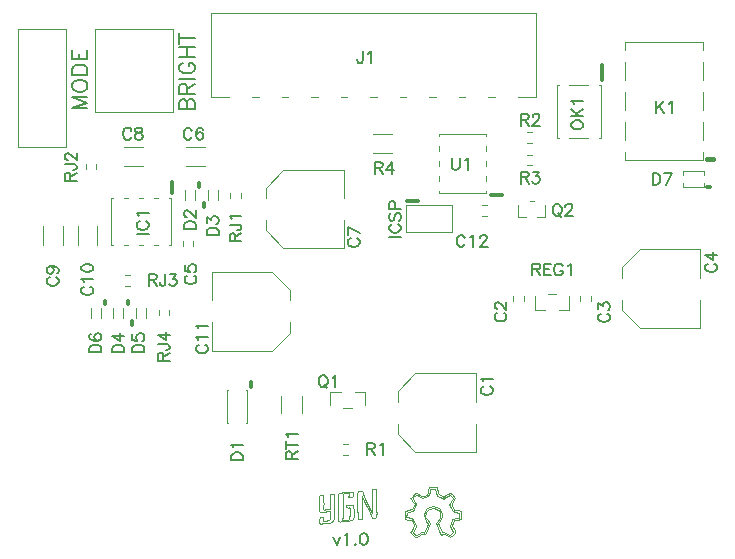
<source format=gto>
%FSLAX46Y46*%
%MOMM*%
%ADD11C,0.050000*%
%ADD14C,0.100000*%
%ADD10C,0.150000*%
%ADD12C,0.300000*%
%ADD13C,0.400000*%
G01*
%LPD*%
G01*
%LPD*%
D10*
X20426190Y9173533D02*
X19426190Y9173533D01*
D10*
X19426190Y9506867D02*
X19426190Y9173533D01*
D10*
X19473810Y9649724D02*
X19426190Y9506867D01*
D10*
X19569048Y9744962D02*
X19473810Y9649724D01*
D10*
X19664286Y9792581D02*
X19569048Y9744962D01*
D10*
X19807142Y9840200D02*
X19664286Y9792581D01*
D10*
X20045238Y9840200D02*
X19807142Y9840200D01*
D10*
X20188096Y9792581D02*
X20045238Y9840200D01*
D10*
X20283334Y9744962D02*
X20188096Y9792581D01*
D10*
X20378572Y9649724D02*
X20283334Y9744962D01*
D10*
X20426190Y9506867D02*
X20378572Y9649724D01*
D10*
X20426190Y9173533D02*
X20426190Y9506867D01*
D10*
X19569048Y10364009D02*
X19616666Y10268771D01*
D10*
X19426190Y10506867D02*
X19569048Y10364009D01*
D10*
X20426190Y10506867D02*
X19426190Y10506867D01*
D10*
X29449044Y27932142D02*
X29544282Y27979762D01*
D10*
X29353806Y27836904D02*
X29449044Y27932142D01*
D10*
X29306186Y27741666D02*
X29353806Y27836904D01*
D10*
X29306186Y27551190D02*
X29306186Y27741666D01*
D10*
X29353806Y27455952D02*
X29306186Y27551190D01*
D10*
X29449044Y27360714D02*
X29353806Y27455952D01*
D10*
X29544282Y27313096D02*
X29449044Y27360714D01*
D10*
X29687138Y27265476D02*
X29544282Y27313096D01*
D10*
X29925234Y27265476D02*
X29687138Y27265476D01*
D10*
X30068092Y27313096D02*
X29925234Y27265476D01*
D10*
X30163330Y27360714D02*
X30068092Y27313096D01*
D10*
X30258568Y27455952D02*
X30163330Y27360714D01*
D10*
X30306186Y27551190D02*
X30258568Y27455952D01*
D10*
X30306186Y27741666D02*
X30306186Y27551190D01*
D10*
X30258568Y27836904D02*
X30306186Y27741666D01*
D10*
X30163330Y27932142D02*
X30258568Y27836904D01*
D10*
X30068092Y27979762D02*
X30163330Y27932142D01*
D10*
X30306186Y28455952D02*
X29306186Y28932142D01*
D10*
X29306186Y28932142D02*
X29306186Y28265476D01*
D10*
X30571428Y43036904D02*
X30571428Y43798808D01*
D10*
X30523810Y42894048D02*
X30571428Y43036904D01*
D10*
X30476190Y42846428D02*
X30523810Y42894048D01*
D10*
X30380952Y42798808D02*
X30476190Y42846428D01*
D10*
X30285714Y42798808D02*
X30380952Y42798808D01*
D10*
X30190476Y42846428D02*
X30285714Y42798808D01*
D10*
X30142858Y42894048D02*
X30190476Y42846428D01*
D10*
X30095238Y43036904D02*
X30142858Y42894048D01*
D10*
X30095238Y43132144D02*
X30095238Y43036904D01*
D10*
X31142858Y43655952D02*
X31047620Y43608332D01*
D10*
X31285714Y43798808D02*
X31142858Y43655952D01*
D10*
X31285714Y42798808D02*
X31285714Y43798808D01*
D10*
X31590476Y33428810D02*
X31590476Y34428808D01*
D10*
X32019048Y34428808D02*
X31590476Y34428808D01*
D10*
X32161904Y34381192D02*
X32019048Y34428808D01*
D10*
X32209524Y34333572D02*
X32161904Y34381192D01*
D10*
X32257142Y34238332D02*
X32209524Y34333572D01*
D10*
X32257142Y34143096D02*
X32257142Y34238332D01*
D10*
X32209524Y34047856D02*
X32257142Y34143096D01*
D10*
X32161904Y34000240D02*
X32209524Y34047856D01*
D10*
X32019048Y33952620D02*
X32161904Y34000240D01*
D10*
X31590476Y33952620D02*
X32019048Y33952620D01*
D10*
X32257142Y33428810D02*
X31923810Y33952620D01*
D10*
X32542858Y33762144D02*
X33019048Y34428808D01*
D10*
X33257142Y33762144D02*
X32542858Y33762144D01*
D10*
X33019048Y33428810D02*
X33019048Y34428808D01*
D10*
X16077143Y37175952D02*
X16124762Y37080716D01*
D10*
X15981905Y37271192D02*
X16077143Y37175952D01*
D10*
X15886667Y37318808D02*
X15981905Y37271192D01*
D10*
X15696190Y37318808D02*
X15886667Y37318808D01*
D10*
X15600952Y37271192D02*
X15696190Y37318808D01*
D10*
X15505714Y37175952D02*
X15600952Y37271192D01*
D10*
X15458095Y37080716D02*
X15505714Y37175952D01*
D10*
X15410476Y36937856D02*
X15458095Y37080716D01*
D10*
X15410476Y36699760D02*
X15410476Y36937856D01*
D10*
X15458095Y36556904D02*
X15410476Y36699760D01*
D10*
X15505714Y36461668D02*
X15458095Y36556904D01*
D10*
X15600952Y36366428D02*
X15505714Y36461668D01*
D10*
X15696190Y36318808D02*
X15600952Y36366428D01*
D10*
X15886667Y36318808D02*
X15696190Y36318808D01*
D10*
X15981905Y36366428D02*
X15886667Y36318808D01*
D10*
X16077143Y36461668D02*
X15981905Y36366428D01*
D10*
X16124762Y36556904D02*
X16077143Y36461668D01*
D10*
X16981904Y37271192D02*
X17029524Y37175952D01*
D10*
X16839048Y37318808D02*
X16981904Y37271192D01*
D10*
X16743810Y37318808D02*
X16839048Y37318808D01*
D10*
X16600952Y37271192D02*
X16743810Y37318808D01*
D10*
X16505714Y37128332D02*
X16600952Y37271192D01*
D10*
X16458095Y36890240D02*
X16505714Y37128332D01*
D10*
X16458095Y36652144D02*
X16458095Y36890240D01*
D10*
X16505714Y36461668D02*
X16458095Y36652144D01*
D10*
X16600952Y36366428D02*
X16505714Y36461668D01*
D10*
X16743810Y36318808D02*
X16600952Y36366428D01*
D10*
X16791428Y36318808D02*
X16743810Y36318808D01*
D10*
X16934286Y36366428D02*
X16791428Y36318808D01*
D10*
X17029524Y36461668D02*
X16934286Y36366428D01*
D10*
X17077142Y36604524D02*
X17029524Y36461668D01*
D10*
X17077142Y36652144D02*
X17077142Y36604524D01*
D10*
X17029524Y36795000D02*
X17077142Y36652144D01*
D10*
X16934286Y36890240D02*
X17029524Y36795000D01*
D10*
X16791428Y36937856D02*
X16934286Y36890240D01*
D10*
X16743810Y36937856D02*
X16791428Y36937856D01*
D10*
X16600952Y36890240D02*
X16743810Y36937856D01*
D10*
X16505714Y36795000D02*
X16600952Y36890240D01*
D10*
X16458095Y36652144D02*
X16505714Y36795000D01*
D10*
X43964476Y37503808D02*
X43964476Y38503808D01*
D10*
X44393048Y38503808D02*
X43964476Y38503808D01*
D10*
X44535904Y38456192D02*
X44393048Y38503808D01*
D10*
X44583524Y38408572D02*
X44535904Y38456192D01*
D10*
X44631144Y38313332D02*
X44583524Y38408572D01*
D10*
X44631144Y38218096D02*
X44631144Y38313332D01*
D10*
X44583524Y38122856D02*
X44631144Y38218096D01*
D10*
X44535904Y38075240D02*
X44583524Y38122856D01*
D10*
X44393048Y38027620D02*
X44535904Y38075240D01*
D10*
X43964476Y38027620D02*
X44393048Y38027620D01*
D10*
X44631144Y37503808D02*
X44297808Y38027620D01*
D10*
X44964476Y38313332D02*
X44964476Y38265716D01*
D10*
X45012096Y38408572D02*
X44964476Y38313332D01*
D10*
X45059716Y38456192D02*
X45012096Y38408572D01*
D10*
X45154952Y38503808D02*
X45059716Y38456192D01*
D10*
X45345428Y38503808D02*
X45154952Y38503808D01*
D10*
X45440668Y38456192D02*
X45345428Y38503808D01*
D10*
X45488284Y38408572D02*
X45440668Y38456192D01*
D10*
X45535904Y38313332D02*
X45488284Y38408572D01*
D10*
X45535904Y38218096D02*
X45535904Y38313332D01*
D10*
X45488284Y38122856D02*
X45535904Y38218096D01*
D10*
X45393048Y37980000D02*
X45488284Y38122856D01*
D10*
X44916856Y37503808D02*
X45393048Y37980000D01*
D10*
X45583524Y37503808D02*
X44916856Y37503808D01*
D10*
X15634048Y24769524D02*
X15729286Y24817142D01*
D10*
X15538810Y24674286D02*
X15634048Y24769524D01*
D10*
X15491190Y24579048D02*
X15538810Y24674286D01*
D10*
X15491190Y24388572D02*
X15491190Y24579048D01*
D10*
X15538810Y24293334D02*
X15491190Y24388572D01*
D10*
X15634048Y24198096D02*
X15538810Y24293334D01*
D10*
X15729286Y24150476D02*
X15634048Y24198096D01*
D10*
X15872143Y24102858D02*
X15729286Y24150476D01*
D10*
X16110238Y24102858D02*
X15872143Y24102858D01*
D10*
X16253095Y24150476D02*
X16110238Y24102858D01*
D10*
X16348333Y24198096D02*
X16253095Y24150476D01*
D10*
X16443571Y24293334D02*
X16348333Y24198096D01*
D10*
X16491190Y24388572D02*
X16443571Y24293334D01*
D10*
X16491190Y24579048D02*
X16491190Y24388572D01*
D10*
X16443571Y24674286D02*
X16491190Y24579048D01*
D10*
X16348333Y24769524D02*
X16443571Y24674286D01*
D10*
X16253095Y24817142D02*
X16348333Y24769524D01*
D10*
X15491190Y25198096D02*
X15491190Y25674286D01*
D10*
X15919762Y25150476D02*
X15491190Y25198096D01*
D10*
X15872143Y25198096D02*
X15919762Y25150476D01*
D10*
X15824524Y25340952D02*
X15872143Y25198096D01*
D10*
X15824524Y25483810D02*
X15824524Y25340952D01*
D10*
X15872143Y25626666D02*
X15824524Y25483810D01*
D10*
X15967381Y25721904D02*
X15872143Y25626666D01*
D10*
X16110238Y25769524D02*
X15967381Y25721904D01*
D10*
X16205476Y25769524D02*
X16110238Y25769524D01*
D10*
X16348333Y25721904D02*
X16205476Y25769524D01*
D10*
X16443571Y25626666D02*
X16348333Y25721904D01*
D10*
X16491190Y25483810D02*
X16443571Y25626666D01*
D10*
X16491190Y25340952D02*
X16491190Y25483810D01*
D10*
X16443571Y25198096D02*
X16491190Y25340952D01*
D10*
X16395952Y25150476D02*
X16443571Y25198096D01*
D10*
X16300714Y25102858D02*
X16395952Y25150476D01*
D10*
X16349048Y38893000D02*
X15049048Y38893000D01*
D10*
X15049048Y39450144D02*
X15049048Y38893000D01*
D10*
X15110952Y39635856D02*
X15049048Y39450144D01*
D10*
X15172857Y39697760D02*
X15110952Y39635856D01*
D10*
X15296667Y39759668D02*
X15172857Y39697760D01*
D10*
X15420476Y39759668D02*
X15296667Y39759668D01*
D10*
X15544286Y39697760D02*
X15420476Y39759668D01*
D10*
X15606190Y39635856D02*
X15544286Y39697760D01*
D10*
X15668095Y39450144D02*
X15606190Y39635856D01*
D10*
X15668095Y39450144D02*
X15668095Y38893000D01*
D10*
X15730000Y39635856D02*
X15668095Y39450144D01*
D10*
X15791905Y39697760D02*
X15730000Y39635856D01*
D10*
X15915714Y39759668D02*
X15791905Y39697760D01*
D10*
X16101429Y39759668D02*
X15915714Y39759668D01*
D10*
X16225238Y39697760D02*
X16101429Y39759668D01*
D10*
X16287143Y39635856D02*
X16225238Y39697760D01*
D10*
X16349048Y39450144D02*
X16287143Y39635856D01*
D10*
X16349048Y38893000D02*
X16349048Y39450144D01*
D10*
X16349048Y40193000D02*
X15049048Y40193000D01*
D10*
X15049048Y40750144D02*
X15049048Y40193000D01*
D10*
X15110952Y40935856D02*
X15049048Y40750144D01*
D10*
X15172857Y40997760D02*
X15110952Y40935856D01*
D10*
X15296667Y41059668D02*
X15172857Y40997760D01*
D10*
X15420476Y41059668D02*
X15296667Y41059668D01*
D10*
X15544286Y40997760D02*
X15420476Y41059668D01*
D10*
X15606190Y40935856D02*
X15544286Y40997760D01*
D10*
X15668095Y40750144D02*
X15606190Y40935856D01*
D10*
X15668095Y40193000D02*
X15668095Y40750144D01*
D10*
X16349048Y41059668D02*
X15668095Y40626332D01*
D10*
X16349048Y41493000D02*
X15049048Y41493000D01*
D10*
X15234762Y42793000D02*
X15358571Y42854904D01*
D10*
X15110952Y42669192D02*
X15234762Y42793000D01*
D10*
X15049048Y42545380D02*
X15110952Y42669192D01*
D10*
X15049048Y42297760D02*
X15049048Y42545380D01*
D10*
X15110952Y42173952D02*
X15049048Y42297760D01*
D10*
X15234762Y42050144D02*
X15110952Y42173952D01*
D10*
X15358571Y41988240D02*
X15234762Y42050144D01*
D10*
X15544286Y41926332D02*
X15358571Y41988240D01*
D10*
X15853810Y41926332D02*
X15544286Y41926332D01*
D10*
X16039524Y41988240D02*
X15853810Y41926332D01*
D10*
X16163333Y42050144D02*
X16039524Y41988240D01*
D10*
X16287143Y42173952D02*
X16163333Y42050144D01*
D10*
X16349048Y42297760D02*
X16287143Y42173952D01*
D10*
X16349048Y42545380D02*
X16349048Y42297760D01*
D10*
X16287143Y42669192D02*
X16349048Y42545380D01*
D10*
X16163333Y42793000D02*
X16287143Y42669192D01*
D10*
X16039524Y42854904D02*
X16163333Y42793000D01*
D10*
X15853810Y42854904D02*
X16039524Y42854904D01*
D10*
X15853810Y42854904D02*
X15853810Y42545380D01*
D10*
X16349048Y43288240D02*
X15049048Y43288240D01*
D10*
X16349048Y44154904D02*
X15049048Y44154904D01*
D10*
X15668095Y44154904D02*
X15668095Y43288240D01*
D10*
X16349048Y44897760D02*
X15049048Y44897760D01*
D10*
X15049048Y45331096D02*
X15049048Y44464428D01*
D10*
X55388096Y38573808D02*
X55388096Y39573808D01*
D10*
X55388096Y38907144D02*
X56054760Y39573808D01*
D10*
X56054760Y38573808D02*
X55626192Y39145240D01*
D10*
X56578572Y39430952D02*
X56483332Y39383332D01*
D10*
X56721428Y39573808D02*
X56578572Y39430952D01*
D10*
X56721428Y38573808D02*
X56721428Y39573808D01*
D10*
X44933332Y24823810D02*
X44933332Y25823810D01*
D10*
X45361904Y25823810D02*
X44933332Y25823810D01*
D10*
X45504760Y25776190D02*
X45361904Y25823810D01*
D10*
X45552380Y25728572D02*
X45504760Y25776190D01*
D10*
X45600000Y25633334D02*
X45552380Y25728572D01*
D10*
X45600000Y25538096D02*
X45600000Y25633334D01*
D10*
X45552380Y25442858D02*
X45600000Y25538096D01*
D10*
X45504760Y25395238D02*
X45552380Y25442858D01*
D10*
X45361904Y25347620D02*
X45504760Y25395238D01*
D10*
X44933332Y25347620D02*
X45361904Y25347620D01*
D10*
X45600000Y24823810D02*
X45266668Y25347620D01*
D10*
X45933332Y24823810D02*
X45933332Y25823810D01*
D10*
X46552380Y25823810D02*
X45933332Y25823810D01*
D10*
X46314284Y25347620D02*
X45933332Y25347620D01*
D10*
X46552380Y24823810D02*
X45933332Y24823810D01*
D10*
X47457144Y25680952D02*
X47504760Y25585714D01*
D10*
X47361904Y25776190D02*
X47457144Y25680952D01*
D10*
X47266668Y25823810D02*
X47361904Y25776190D01*
D10*
X47076192Y25823810D02*
X47266668Y25823810D01*
D10*
X46980952Y25776190D02*
X47076192Y25823810D01*
D10*
X46885716Y25680952D02*
X46980952Y25776190D01*
D10*
X46838096Y25585714D02*
X46885716Y25680952D01*
D10*
X46790476Y25442858D02*
X46838096Y25585714D01*
D10*
X46790476Y25204762D02*
X46790476Y25442858D01*
D10*
X46838096Y25061904D02*
X46790476Y25204762D01*
D10*
X46885716Y24966666D02*
X46838096Y25061904D01*
D10*
X46980952Y24871428D02*
X46885716Y24966666D01*
D10*
X47076192Y24823810D02*
X46980952Y24871428D01*
D10*
X47266668Y24823810D02*
X47076192Y24823810D01*
D10*
X47361904Y24871428D02*
X47266668Y24823810D01*
D10*
X47457144Y24966666D02*
X47361904Y24871428D01*
D10*
X47504760Y25061904D02*
X47457144Y24966666D01*
D10*
X47504760Y25204762D02*
X47504760Y25061904D01*
D10*
X47504760Y25204762D02*
X47266668Y25204762D01*
D10*
X48028572Y25680952D02*
X47933332Y25633334D01*
D10*
X48171428Y25823810D02*
X48028572Y25680952D01*
D10*
X48171428Y24823810D02*
X48171428Y25823810D01*
D10*
X20301190Y27756192D02*
X19301190Y27756192D01*
D10*
X19301190Y28184764D02*
X19301190Y27756192D01*
D10*
X19348810Y28327622D02*
X19301190Y28184764D01*
D10*
X19396428Y28375240D02*
X19348810Y28327622D01*
D10*
X19491666Y28422860D02*
X19396428Y28375240D01*
D10*
X19586904Y28422860D02*
X19491666Y28422860D01*
D10*
X19682142Y28375240D02*
X19586904Y28422860D01*
D10*
X19729762Y28327622D02*
X19682142Y28375240D01*
D10*
X19777380Y28184764D02*
X19729762Y28327622D01*
D10*
X19777380Y27756192D02*
X19777380Y28184764D01*
D10*
X20301190Y28422860D02*
X19777380Y28089526D01*
D10*
X20063096Y29137144D02*
X19301190Y29137144D01*
D10*
X20205952Y29089526D02*
X20063096Y29137144D01*
D10*
X20253572Y29041906D02*
X20205952Y29089526D01*
D10*
X20301190Y28946668D02*
X20253572Y29041906D01*
D10*
X20301190Y28851430D02*
X20301190Y28946668D01*
D10*
X20253572Y28756192D02*
X20301190Y28851430D01*
D10*
X20205952Y28708574D02*
X20253572Y28756192D01*
D10*
X20063096Y28660954D02*
X20205952Y28708574D01*
D10*
X19967858Y28660954D02*
X20063096Y28660954D01*
D10*
X19444048Y29708574D02*
X19491666Y29613336D01*
D10*
X19301190Y29851430D02*
X19444048Y29708574D01*
D10*
X20301190Y29851430D02*
X19301190Y29851430D01*
D10*
X30940476Y9626732D02*
X30940476Y10626732D01*
D10*
X31369048Y10626732D02*
X30940476Y10626732D01*
D10*
X31511904Y10579112D02*
X31369048Y10626732D01*
D10*
X31559524Y10531493D02*
X31511904Y10579112D01*
D10*
X31607142Y10436255D02*
X31559524Y10531493D01*
D10*
X31607142Y10341017D02*
X31607142Y10436255D01*
D10*
X31559524Y10245779D02*
X31607142Y10341017D01*
D10*
X31511904Y10198160D02*
X31559524Y10245779D01*
D10*
X31369048Y10150541D02*
X31511904Y10198160D01*
D10*
X30940476Y10150541D02*
X31369048Y10150541D01*
D10*
X31607142Y9626732D02*
X31273810Y10150541D01*
D10*
X32130952Y10483874D02*
X32035714Y10436255D01*
D10*
X32273810Y10626732D02*
X32130952Y10483874D01*
D10*
X32273810Y9626732D02*
X32273810Y10626732D01*
D10*
X16441190Y28768096D02*
X15441190Y28768096D01*
D10*
X15441190Y29101428D02*
X15441190Y28768096D01*
D10*
X15488810Y29244286D02*
X15441190Y29101428D01*
D10*
X15584048Y29339524D02*
X15488810Y29244286D01*
D10*
X15679286Y29387142D02*
X15584048Y29339524D01*
D10*
X15822143Y29434762D02*
X15679286Y29387142D01*
D10*
X16060238Y29434762D02*
X15822143Y29434762D01*
D10*
X16203095Y29387142D02*
X16060238Y29434762D01*
D10*
X16298333Y29339524D02*
X16203095Y29387142D01*
D10*
X16393571Y29244286D02*
X16298333Y29339524D01*
D10*
X16441190Y29101428D02*
X16393571Y29244286D01*
D10*
X16441190Y28768096D02*
X16441190Y29101428D01*
D10*
X15631667Y29768096D02*
X15679286Y29768096D01*
D10*
X15536429Y29815714D02*
X15631667Y29768096D01*
D10*
X15488810Y29863334D02*
X15536429Y29815714D01*
D10*
X15441190Y29958572D02*
X15488810Y29863334D01*
D10*
X15441190Y30149048D02*
X15441190Y29958572D01*
D10*
X15488810Y30244286D02*
X15441190Y30149048D01*
D10*
X15536429Y30291904D02*
X15488810Y30244286D01*
D10*
X15631667Y30339524D02*
X15536429Y30291904D01*
D10*
X15726905Y30339524D02*
X15631667Y30339524D01*
D10*
X15822143Y30291904D02*
X15726905Y30339524D01*
D10*
X15965000Y30196666D02*
X15822143Y30291904D01*
D10*
X16441190Y29720476D02*
X15965000Y30196666D01*
D10*
X16441190Y30387142D02*
X16441190Y29720476D01*
D10*
X28380952Y2023809D02*
X28095238Y2690476D01*
D10*
X28380952Y2023809D02*
X28666666Y2690476D01*
D10*
X29142858Y2880952D02*
X29047620Y2833333D01*
D10*
X29285714Y3023809D02*
X29142858Y2880952D01*
D10*
X29285714Y2023809D02*
X29285714Y3023809D01*
D10*
X29904762Y2071428D02*
X29952380Y2119047D01*
D10*
X29952380Y2023809D02*
X29904762Y2071428D01*
D10*
X30000000Y2071428D02*
X29952380Y2023809D01*
D10*
X29952380Y2119047D02*
X30000000Y2071428D01*
D10*
X30476190Y2976190D02*
X30619048Y3023809D01*
D10*
X30380952Y2833333D02*
X30476190Y2976190D01*
D10*
X30333334Y2595238D02*
X30380952Y2833333D01*
D10*
X30333334Y2452381D02*
X30333334Y2595238D01*
D10*
X30380952Y2214285D02*
X30333334Y2452381D01*
D10*
X30476190Y2071428D02*
X30380952Y2214285D01*
D10*
X30619048Y2023809D02*
X30476190Y2071428D01*
D10*
X30714286Y2023809D02*
X30619048Y2023809D01*
D10*
X30857142Y2071428D02*
X30714286Y2023809D01*
D10*
X30952380Y2214285D02*
X30857142Y2071428D01*
D10*
X31000000Y2452381D02*
X30952380Y2214285D01*
D10*
X31000000Y2595238D02*
X31000000Y2452381D01*
D10*
X30952380Y2833333D02*
X31000000Y2595238D01*
D10*
X30857142Y2976190D02*
X30952380Y2833333D01*
D10*
X30714286Y3023809D02*
X30857142Y2976190D01*
D10*
X30619048Y3023809D02*
X30714286Y3023809D01*
D10*
X50649048Y21557142D02*
X50744284Y21604762D01*
D10*
X50553808Y21461904D02*
X50649048Y21557142D01*
D10*
X50506192Y21366666D02*
X50553808Y21461904D01*
D10*
X50506192Y21176190D02*
X50506192Y21366666D01*
D10*
X50553808Y21080952D02*
X50506192Y21176190D01*
D10*
X50649048Y20985714D02*
X50553808Y21080952D01*
D10*
X50744284Y20938096D02*
X50649048Y20985714D01*
D10*
X50887144Y20890476D02*
X50744284Y20938096D01*
D10*
X51125240Y20890476D02*
X50887144Y20890476D01*
D10*
X51268096Y20938096D02*
X51125240Y20890476D01*
D10*
X51363332Y20985714D02*
X51268096Y20938096D01*
D10*
X51458572Y21080952D02*
X51363332Y20985714D01*
D10*
X51506192Y21176190D02*
X51458572Y21080952D01*
D10*
X51506192Y21366666D02*
X51506192Y21176190D01*
D10*
X51458572Y21461904D02*
X51506192Y21366666D01*
D10*
X51363332Y21557142D02*
X51458572Y21461904D01*
D10*
X51268096Y21604762D02*
X51363332Y21557142D01*
D10*
X50506192Y22509524D02*
X50506192Y21985714D01*
D10*
X50887144Y22223810D02*
X50506192Y22509524D01*
D10*
X50887144Y22366666D02*
X50887144Y22223810D01*
D10*
X50934760Y22461904D02*
X50887144Y22366666D01*
D10*
X50982380Y22509524D02*
X50934760Y22461904D01*
D10*
X51125240Y22557142D02*
X50982380Y22509524D01*
D10*
X51220476Y22557142D02*
X51125240Y22557142D01*
D10*
X51363332Y22509524D02*
X51220476Y22557142D01*
D10*
X51458572Y22414286D02*
X51363332Y22509524D01*
D10*
X51506192Y22271428D02*
X51458572Y22414286D01*
D10*
X51506192Y22128572D02*
X51506192Y22271428D01*
D10*
X51458572Y21985714D02*
X51506192Y22128572D01*
D10*
X51410952Y21938096D02*
X51458572Y21985714D01*
D10*
X51315716Y21890476D02*
X51410952Y21938096D01*
D10*
X7269047Y38973808D02*
X5969047Y38973808D01*
D10*
X7269047Y39469048D02*
X5969047Y38973808D01*
D10*
X7269047Y39469048D02*
X5969047Y39964284D01*
D10*
X7269047Y39964284D02*
X5969047Y39964284D01*
D10*
X6030952Y40645240D02*
X5969047Y40769048D01*
D10*
X6154762Y40521428D02*
X6030952Y40645240D01*
D10*
X6278571Y40459524D02*
X6154762Y40521428D01*
D10*
X6464285Y40397620D02*
X6278571Y40459524D01*
D10*
X6773809Y40397620D02*
X6464285Y40397620D01*
D10*
X6959524Y40459524D02*
X6773809Y40397620D01*
D10*
X7083333Y40521428D02*
X6959524Y40459524D01*
D10*
X7207143Y40645240D02*
X7083333Y40521428D01*
D10*
X7269047Y40769048D02*
X7207143Y40645240D01*
D10*
X7269047Y41016668D02*
X7269047Y40769048D01*
D10*
X7207143Y41140476D02*
X7269047Y41016668D01*
D10*
X7083333Y41264284D02*
X7207143Y41140476D01*
D10*
X6959524Y41326192D02*
X7083333Y41264284D01*
D10*
X6773809Y41388096D02*
X6959524Y41326192D01*
D10*
X6464285Y41388096D02*
X6773809Y41388096D01*
D10*
X6278571Y41326192D02*
X6464285Y41388096D01*
D10*
X6154762Y41264284D02*
X6278571Y41326192D01*
D10*
X6030952Y41140476D02*
X6154762Y41264284D01*
D10*
X5969047Y41016668D02*
X6030952Y41140476D01*
D10*
X5969047Y40769048D02*
X5969047Y41016668D01*
D10*
X7269047Y41821428D02*
X5969047Y41821428D01*
D10*
X5969047Y42254760D02*
X5969047Y41821428D01*
D10*
X6030952Y42440476D02*
X5969047Y42254760D01*
D10*
X6154762Y42564284D02*
X6030952Y42440476D01*
D10*
X6278571Y42626192D02*
X6154762Y42564284D01*
D10*
X6464285Y42688096D02*
X6278571Y42626192D01*
D10*
X6773809Y42688096D02*
X6464285Y42688096D01*
D10*
X6959524Y42626192D02*
X6773809Y42688096D01*
D10*
X7083333Y42564284D02*
X6959524Y42626192D01*
D10*
X7207143Y42440476D02*
X7083333Y42564284D01*
D10*
X7269047Y42254760D02*
X7207143Y42440476D01*
D10*
X7269047Y41821428D02*
X7269047Y42254760D01*
D10*
X7269047Y43121428D02*
X5969047Y43121428D01*
D10*
X5969047Y43926192D02*
X5969047Y43121428D01*
D10*
X6588095Y43616668D02*
X6588095Y43121428D01*
D10*
X7269047Y43926192D02*
X7269047Y43121428D01*
D10*
X3964047Y24639524D02*
X4059285Y24687142D01*
D10*
X3868809Y24544286D02*
X3964047Y24639524D01*
D10*
X3821190Y24449048D02*
X3868809Y24544286D01*
D10*
X3821190Y24258572D02*
X3821190Y24449048D01*
D10*
X3868809Y24163334D02*
X3821190Y24258572D01*
D10*
X3964047Y24068096D02*
X3868809Y24163334D01*
D10*
X4059285Y24020476D02*
X3964047Y24068096D01*
D10*
X4202143Y23972858D02*
X4059285Y24020476D01*
D10*
X4440238Y23972858D02*
X4202143Y23972858D01*
D10*
X4583095Y24020476D02*
X4440238Y23972858D01*
D10*
X4678333Y24068096D02*
X4583095Y24020476D01*
D10*
X4773571Y24163334D02*
X4678333Y24068096D01*
D10*
X4821190Y24258572D02*
X4773571Y24163334D01*
D10*
X4821190Y24449048D02*
X4821190Y24258572D01*
D10*
X4773571Y24544286D02*
X4821190Y24449048D01*
D10*
X4678333Y24639524D02*
X4773571Y24544286D01*
D10*
X4583095Y24687142D02*
X4678333Y24639524D01*
D10*
X4297381Y25544286D02*
X4154523Y25591904D01*
D10*
X4392619Y25449048D02*
X4297381Y25544286D01*
D10*
X4440238Y25306190D02*
X4392619Y25449048D01*
D10*
X4440238Y25258572D02*
X4440238Y25306190D01*
D10*
X4392619Y25115714D02*
X4440238Y25258572D01*
D10*
X4297381Y25020476D02*
X4392619Y25115714D01*
D10*
X4154523Y24972858D02*
X4297381Y25020476D01*
D10*
X4106904Y24972858D02*
X4154523Y24972858D01*
D10*
X3964047Y25020476D02*
X4106904Y24972858D01*
D10*
X3868809Y25115714D02*
X3964047Y25020476D01*
D10*
X3821190Y25258572D02*
X3868809Y25115714D01*
D10*
X3821190Y25306190D02*
X3821190Y25258572D01*
D10*
X3868809Y25449048D02*
X3821190Y25306190D01*
D10*
X3964047Y25544286D02*
X3868809Y25449048D01*
D10*
X4154523Y25591904D02*
X3964047Y25544286D01*
D10*
X4392619Y25591904D02*
X4154523Y25591904D01*
D10*
X4630714Y25544286D02*
X4392619Y25591904D01*
D10*
X4773571Y25449048D02*
X4630714Y25544286D01*
D10*
X4821190Y25306190D02*
X4773571Y25449048D01*
D10*
X4821190Y25210952D02*
X4821190Y25306190D01*
D10*
X4773571Y25068096D02*
X4821190Y25210952D01*
D10*
X4678333Y25020476D02*
X4773571Y25068096D01*
D10*
X40719048Y15385065D02*
X40814284Y15432684D01*
D10*
X40623808Y15289827D02*
X40719048Y15385065D01*
D10*
X40576192Y15194589D02*
X40623808Y15289827D01*
D10*
X40576192Y15004112D02*
X40576192Y15194589D01*
D10*
X40623808Y14908874D02*
X40576192Y15004112D01*
D10*
X40719048Y14813636D02*
X40623808Y14908874D01*
D10*
X40814284Y14766017D02*
X40719048Y14813636D01*
D10*
X40957144Y14718398D02*
X40814284Y14766017D01*
D10*
X41195240Y14718398D02*
X40957144Y14718398D01*
D10*
X41338096Y14766017D02*
X41195240Y14718398D01*
D10*
X41433332Y14813636D02*
X41338096Y14766017D01*
D10*
X41528572Y14908874D02*
X41433332Y14813636D01*
D10*
X41576192Y15004112D02*
X41528572Y14908874D01*
D10*
X41576192Y15194589D02*
X41576192Y15004112D01*
D10*
X41528572Y15289827D02*
X41576192Y15194589D01*
D10*
X41433332Y15385065D02*
X41528572Y15289827D01*
D10*
X41338096Y15432684D02*
X41433332Y15385065D01*
D10*
X40719048Y15956493D02*
X40766668Y15861255D01*
D10*
X40576192Y16099351D02*
X40719048Y15956493D01*
D10*
X41576192Y16099351D02*
X40576192Y16099351D01*
D10*
X43954476Y32598810D02*
X43954476Y33598808D01*
D10*
X44383048Y33598808D02*
X43954476Y33598808D01*
D10*
X44525904Y33551190D02*
X44383048Y33598808D01*
D10*
X44573524Y33503572D02*
X44525904Y33551190D01*
D10*
X44621144Y33408334D02*
X44573524Y33503572D01*
D10*
X44621144Y33313096D02*
X44621144Y33408334D01*
D10*
X44573524Y33217858D02*
X44621144Y33313096D01*
D10*
X44525904Y33170238D02*
X44573524Y33217858D01*
D10*
X44383048Y33122620D02*
X44525904Y33170238D01*
D10*
X43954476Y33122620D02*
X44383048Y33122620D01*
D10*
X44621144Y32598810D02*
X44287808Y33122620D01*
D10*
X45525904Y33598808D02*
X45002096Y33598808D01*
D10*
X45240192Y33217858D02*
X45525904Y33598808D01*
D10*
X45383048Y33217858D02*
X45240192Y33217858D01*
D10*
X45478284Y33170238D02*
X45383048Y33217858D01*
D10*
X45525904Y33122620D02*
X45478284Y33170238D01*
D10*
X45573524Y32979762D02*
X45525904Y33122620D01*
D10*
X45573524Y32884524D02*
X45573524Y32979762D01*
D10*
X45525904Y32741666D02*
X45573524Y32884524D01*
D10*
X45430668Y32646428D02*
X45525904Y32741666D01*
D10*
X45287808Y32598810D02*
X45430668Y32646428D01*
D10*
X45144952Y32598810D02*
X45287808Y32598810D01*
D10*
X45002096Y32646428D02*
X45144952Y32598810D01*
D10*
X44954476Y32694048D02*
X45002096Y32646428D01*
D10*
X44906856Y32789286D02*
X44954476Y32694048D01*
D10*
X39189524Y28105952D02*
X39237144Y28010714D01*
D10*
X39094284Y28201190D02*
X39189524Y28105952D01*
D10*
X38999048Y28248810D02*
X39094284Y28201190D01*
D10*
X38808572Y28248810D02*
X38999048Y28248810D01*
D10*
X38713332Y28201190D02*
X38808572Y28248810D01*
D10*
X38618096Y28105952D02*
X38713332Y28201190D01*
D10*
X38570476Y28010714D02*
X38618096Y28105952D01*
D10*
X38522856Y27867858D02*
X38570476Y28010714D01*
D10*
X38522856Y27629762D02*
X38522856Y27867858D01*
D10*
X38570476Y27486904D02*
X38522856Y27629762D01*
D10*
X38618096Y27391666D02*
X38570476Y27486904D01*
D10*
X38713332Y27296428D02*
X38618096Y27391666D01*
D10*
X38808572Y27248810D02*
X38713332Y27296428D01*
D10*
X38999048Y27248810D02*
X38808572Y27248810D01*
D10*
X39094284Y27296428D02*
X38999048Y27248810D01*
D10*
X39189524Y27391666D02*
X39094284Y27296428D01*
D10*
X39237144Y27486904D02*
X39189524Y27391666D01*
D10*
X39760952Y28105952D02*
X39665716Y28058334D01*
D10*
X39903808Y28248810D02*
X39760952Y28105952D01*
D10*
X39903808Y27248810D02*
X39903808Y28248810D01*
D10*
X40522856Y28058334D02*
X40522856Y28010714D01*
D10*
X40570476Y28153572D02*
X40522856Y28058334D01*
D10*
X40618096Y28201190D02*
X40570476Y28153572D01*
D10*
X40713332Y28248810D02*
X40618096Y28201190D01*
D10*
X40903808Y28248810D02*
X40713332Y28248810D01*
D10*
X40999048Y28201190D02*
X40903808Y28248810D01*
D10*
X41046668Y28153572D02*
X40999048Y28201190D01*
D10*
X41094284Y28058334D02*
X41046668Y28153572D01*
D10*
X41094284Y27963096D02*
X41094284Y28058334D01*
D10*
X41046668Y27867858D02*
X41094284Y27963096D01*
D10*
X40951428Y27725000D02*
X41046668Y27867858D01*
D10*
X40475240Y27248810D02*
X40951428Y27725000D01*
D10*
X41141904Y27248810D02*
X40475240Y27248810D01*
D10*
X6356190Y32852190D02*
X5356190Y32852190D01*
D10*
X5356190Y33280762D02*
X5356190Y32852190D01*
D10*
X5403809Y33423620D02*
X5356190Y33280762D01*
D10*
X5451428Y33471238D02*
X5403809Y33423620D01*
D10*
X5546666Y33518858D02*
X5451428Y33471238D01*
D10*
X5641905Y33518858D02*
X5546666Y33518858D01*
D10*
X5737143Y33471238D02*
X5641905Y33518858D01*
D10*
X5784762Y33423620D02*
X5737143Y33471238D01*
D10*
X5832381Y33280762D02*
X5784762Y33423620D01*
D10*
X5832381Y32852190D02*
X5832381Y33280762D01*
D10*
X6356190Y33518858D02*
X5832381Y33185524D01*
D10*
X6118095Y34233144D02*
X5356190Y34233144D01*
D10*
X6260952Y34185524D02*
X6118095Y34233144D01*
D10*
X6308571Y34137904D02*
X6260952Y34185524D01*
D10*
X6356190Y34042668D02*
X6308571Y34137904D01*
D10*
X6356190Y33947428D02*
X6356190Y34042668D01*
D10*
X6308571Y33852192D02*
X6356190Y33947428D01*
D10*
X6260952Y33804572D02*
X6308571Y33852192D01*
D10*
X6118095Y33756952D02*
X6260952Y33804572D01*
D10*
X6022857Y33756952D02*
X6118095Y33756952D01*
D10*
X5546666Y34614096D02*
X5594285Y34614096D01*
D10*
X5451428Y34661716D02*
X5546666Y34614096D01*
D10*
X5403809Y34709332D02*
X5451428Y34661716D01*
D10*
X5356190Y34804572D02*
X5403809Y34709332D01*
D10*
X5356190Y34995048D02*
X5356190Y34804572D01*
D10*
X5403809Y35090284D02*
X5356190Y34995048D01*
D10*
X5451428Y35137904D02*
X5403809Y35090284D01*
D10*
X5546666Y35185524D02*
X5451428Y35137904D01*
D10*
X5641905Y35185524D02*
X5546666Y35185524D01*
D10*
X5737143Y35137904D02*
X5641905Y35185524D01*
D10*
X5880000Y35042668D02*
X5737143Y35137904D01*
D10*
X6356190Y34566476D02*
X5880000Y35042668D01*
D10*
X6356190Y35233144D02*
X6356190Y34566476D01*
D10*
X55113096Y32493810D02*
X55113096Y33493810D01*
D10*
X55446428Y33493810D02*
X55113096Y33493810D01*
D10*
X55589284Y33446190D02*
X55446428Y33493810D01*
D10*
X55684524Y33350952D02*
X55589284Y33446190D01*
D10*
X55732144Y33255714D02*
X55684524Y33350952D01*
D10*
X55779760Y33112858D02*
X55732144Y33255714D01*
D10*
X55779760Y32874762D02*
X55779760Y33112858D01*
D10*
X55732144Y32731904D02*
X55779760Y32874762D01*
D10*
X55684524Y32636666D02*
X55732144Y32731904D01*
D10*
X55589284Y32541428D02*
X55684524Y32636666D01*
D10*
X55446428Y32493810D02*
X55589284Y32541428D01*
D10*
X55113096Y32493810D02*
X55446428Y32493810D01*
D10*
X56255952Y32493810D02*
X56732144Y33493810D01*
D10*
X56732144Y33493810D02*
X56065476Y33493810D01*
D10*
X27033334Y16329112D02*
X27128572Y16376732D01*
D10*
X26938096Y16233874D02*
X27033334Y16329112D01*
D10*
X26890476Y16138636D02*
X26938096Y16233874D01*
D10*
X26842858Y15995779D02*
X26890476Y16138636D01*
D10*
X26842858Y15757684D02*
X26842858Y15995779D01*
D10*
X26890476Y15614827D02*
X26842858Y15757684D01*
D10*
X26938096Y15519589D02*
X26890476Y15614827D01*
D10*
X27033334Y15424351D02*
X26938096Y15519589D01*
D10*
X27128572Y15376732D02*
X27033334Y15424351D01*
D10*
X27319048Y15376732D02*
X27128572Y15376732D01*
D10*
X27414286Y15424351D02*
X27319048Y15376732D01*
D10*
X27509524Y15519589D02*
X27414286Y15424351D01*
D10*
X27557142Y15614827D02*
X27509524Y15519589D01*
D10*
X27604762Y15757684D02*
X27557142Y15614827D01*
D10*
X27604762Y15995779D02*
X27604762Y15757684D01*
D10*
X27557142Y16138636D02*
X27604762Y15995779D01*
D10*
X27509524Y16233874D02*
X27557142Y16138636D01*
D10*
X27414286Y16329112D02*
X27509524Y16233874D01*
D10*
X27319048Y16376732D02*
X27414286Y16329112D01*
D10*
X27128572Y16376732D02*
X27319048Y16376732D01*
D10*
X27557142Y15281493D02*
X27271428Y15567208D01*
D10*
X28128572Y16233874D02*
X28033334Y16186255D01*
D10*
X28271428Y16376732D02*
X28128572Y16233874D01*
D10*
X28271428Y15376732D02*
X28271428Y16376732D01*
D10*
X25076190Y9290476D02*
X24076190Y9290476D01*
D10*
X24076190Y9719048D02*
X24076190Y9290476D01*
D10*
X24123810Y9861905D02*
X24076190Y9719048D01*
D10*
X24171428Y9909524D02*
X24123810Y9861905D01*
D10*
X24266666Y9957143D02*
X24171428Y9909524D01*
D10*
X24361904Y9957143D02*
X24266666Y9957143D01*
D10*
X24457142Y9909524D02*
X24361904Y9957143D01*
D10*
X24504762Y9861905D02*
X24457142Y9909524D01*
D10*
X24552380Y9719048D02*
X24504762Y9861905D01*
D10*
X24552380Y9290476D02*
X24552380Y9719048D01*
D10*
X25076190Y9957143D02*
X24552380Y9623810D01*
D10*
X25076190Y10480952D02*
X24076190Y10480952D01*
D10*
X24076190Y10814286D02*
X24076190Y10147619D01*
D10*
X24219048Y11242857D02*
X24266666Y11147619D01*
D10*
X24076190Y11385714D02*
X24219048Y11242857D01*
D10*
X25076190Y11385714D02*
X24076190Y11385714D01*
D10*
X12076190Y18310476D02*
X11076190Y18310476D01*
D10*
X11076190Y18643810D02*
X11076190Y18310476D01*
D10*
X11123810Y18786666D02*
X11076190Y18643810D01*
D10*
X11219048Y18881904D02*
X11123810Y18786666D01*
D10*
X11314286Y18929524D02*
X11219048Y18881904D01*
D10*
X11457143Y18977142D02*
X11314286Y18929524D01*
D10*
X11695238Y18977142D02*
X11457143Y18977142D01*
D10*
X11838095Y18929524D02*
X11695238Y18977142D01*
D10*
X11933333Y18881904D02*
X11838095Y18929524D01*
D10*
X12028571Y18786666D02*
X11933333Y18881904D01*
D10*
X12076190Y18643810D02*
X12028571Y18786666D01*
D10*
X12076190Y18310476D02*
X12076190Y18643810D01*
D10*
X11076190Y19358096D02*
X11076190Y19834286D01*
D10*
X11504762Y19310476D02*
X11076190Y19358096D01*
D10*
X11457143Y19358096D02*
X11504762Y19310476D01*
D10*
X11409524Y19500952D02*
X11457143Y19358096D01*
D10*
X11409524Y19643810D02*
X11409524Y19500952D01*
D10*
X11457143Y19786666D02*
X11409524Y19643810D01*
D10*
X11552381Y19881904D02*
X11457143Y19786666D01*
D10*
X11695238Y19929524D02*
X11552381Y19881904D01*
D10*
X11790476Y19929524D02*
X11695238Y19929524D01*
D10*
X11933333Y19881904D02*
X11790476Y19929524D01*
D10*
X12028571Y19786666D02*
X11933333Y19881904D01*
D10*
X12076190Y19643810D02*
X12028571Y19786666D01*
D10*
X12076190Y19500952D02*
X12076190Y19643810D01*
D10*
X12028571Y19358096D02*
X12076190Y19500952D01*
D10*
X11980952Y19310476D02*
X12028571Y19358096D01*
D10*
X11885714Y19262858D02*
X11980952Y19310476D01*
D10*
X14231190Y17610476D02*
X13231190Y17610476D01*
D10*
X13231190Y18039048D02*
X13231190Y17610476D01*
D10*
X13278810Y18181904D02*
X13231190Y18039048D01*
D10*
X13326429Y18229524D02*
X13278810Y18181904D01*
D10*
X13421667Y18277142D02*
X13326429Y18229524D01*
D10*
X13516905Y18277142D02*
X13421667Y18277142D01*
D10*
X13612143Y18229524D02*
X13516905Y18277142D01*
D10*
X13659762Y18181904D02*
X13612143Y18229524D01*
D10*
X13707381Y18039048D02*
X13659762Y18181904D01*
D10*
X13707381Y17610476D02*
X13707381Y18039048D01*
D10*
X14231190Y18277142D02*
X13707381Y17943810D01*
D10*
X13993095Y18991428D02*
X13231190Y18991428D01*
D10*
X14135952Y18943810D02*
X13993095Y18991428D01*
D10*
X14183571Y18896190D02*
X14135952Y18943810D01*
D10*
X14231190Y18800952D02*
X14183571Y18896190D01*
D10*
X14231190Y18705714D02*
X14231190Y18800952D01*
D10*
X14183571Y18610476D02*
X14231190Y18705714D01*
D10*
X14135952Y18562858D02*
X14183571Y18610476D01*
D10*
X13993095Y18515238D02*
X14135952Y18562858D01*
D10*
X13897857Y18515238D02*
X13993095Y18515238D01*
D10*
X13897857Y19324762D02*
X13231190Y19800952D01*
D10*
X13897857Y20039048D02*
X13897857Y19324762D01*
D10*
X14231190Y19800952D02*
X13231190Y19800952D01*
D10*
X46838332Y30841190D02*
X46933572Y30888810D01*
D10*
X46743096Y30745952D02*
X46838332Y30841190D01*
D10*
X46695476Y30650714D02*
X46743096Y30745952D01*
D10*
X46647856Y30507858D02*
X46695476Y30650714D01*
D10*
X46647856Y30269762D02*
X46647856Y30507858D01*
D10*
X46695476Y30126904D02*
X46647856Y30269762D01*
D10*
X46743096Y30031666D02*
X46695476Y30126904D01*
D10*
X46838332Y29936428D02*
X46743096Y30031666D01*
D10*
X46933572Y29888810D02*
X46838332Y29936428D01*
D10*
X47124048Y29888810D02*
X46933572Y29888810D01*
D10*
X47219284Y29936428D02*
X47124048Y29888810D01*
D10*
X47314524Y30031666D02*
X47219284Y29936428D01*
D10*
X47362144Y30126904D02*
X47314524Y30031666D01*
D10*
X47409760Y30269762D02*
X47362144Y30126904D01*
D10*
X47409760Y30507858D02*
X47409760Y30269762D01*
D10*
X47362144Y30650714D02*
X47409760Y30507858D01*
D10*
X47314524Y30745952D02*
X47362144Y30650714D01*
D10*
X47219284Y30841190D02*
X47314524Y30745952D01*
D10*
X47124048Y30888810D02*
X47219284Y30841190D01*
D10*
X46933572Y30888810D02*
X47124048Y30888810D01*
D10*
X47362144Y29793572D02*
X47076428Y30079286D01*
D10*
X47743096Y30698334D02*
X47743096Y30650714D01*
D10*
X47790716Y30793572D02*
X47743096Y30698334D01*
D10*
X47838332Y30841190D02*
X47790716Y30793572D01*
D10*
X47933572Y30888810D02*
X47838332Y30841190D01*
D10*
X48124048Y30888810D02*
X47933572Y30888810D01*
D10*
X48219284Y30841190D02*
X48124048Y30888810D01*
D10*
X48266904Y30793572D02*
X48219284Y30841190D01*
D10*
X48314524Y30698334D02*
X48266904Y30793572D01*
D10*
X48314524Y30603096D02*
X48314524Y30698334D01*
D10*
X48266904Y30507858D02*
X48314524Y30603096D01*
D10*
X48171668Y30365000D02*
X48266904Y30507858D01*
D10*
X47695476Y29888810D02*
X48171668Y30365000D01*
D10*
X48362144Y29888810D02*
X47695476Y29888810D01*
D10*
X59719048Y25782142D02*
X59814284Y25829762D01*
D10*
X59623808Y25686904D02*
X59719048Y25782142D01*
D10*
X59576192Y25591666D02*
X59623808Y25686904D01*
D10*
X59576192Y25401190D02*
X59576192Y25591666D01*
D10*
X59623808Y25305952D02*
X59576192Y25401190D01*
D10*
X59719048Y25210714D02*
X59623808Y25305952D01*
D10*
X59814284Y25163096D02*
X59719048Y25210714D01*
D10*
X59957144Y25115476D02*
X59814284Y25163096D01*
D10*
X60195240Y25115476D02*
X59957144Y25115476D01*
D10*
X60338096Y25163096D02*
X60195240Y25115476D01*
D10*
X60433332Y25210714D02*
X60338096Y25163096D01*
D10*
X60528572Y25305952D02*
X60433332Y25210714D01*
D10*
X60576192Y25401190D02*
X60528572Y25305952D01*
D10*
X60576192Y25591666D02*
X60576192Y25401190D01*
D10*
X60528572Y25686904D02*
X60576192Y25591666D01*
D10*
X60433332Y25782142D02*
X60528572Y25686904D01*
D10*
X60338096Y25829762D02*
X60433332Y25782142D01*
D10*
X60242856Y26115476D02*
X59576192Y26591666D01*
D10*
X60242856Y26829762D02*
X60242856Y26115476D01*
D10*
X60576192Y26591666D02*
X59576192Y26591666D01*
D10*
X10371190Y18308096D02*
X9371190Y18308096D01*
D10*
X9371190Y18641428D02*
X9371190Y18308096D01*
D10*
X9418810Y18784286D02*
X9371190Y18641428D01*
D10*
X9514048Y18879524D02*
X9418810Y18784286D01*
D10*
X9609286Y18927142D02*
X9514048Y18879524D01*
D10*
X9752143Y18974762D02*
X9609286Y18927142D01*
D10*
X9990238Y18974762D02*
X9752143Y18974762D01*
D10*
X10133095Y18927142D02*
X9990238Y18974762D01*
D10*
X10228333Y18879524D02*
X10133095Y18927142D01*
D10*
X10323571Y18784286D02*
X10228333Y18879524D01*
D10*
X10371190Y18641428D02*
X10323571Y18784286D01*
D10*
X10371190Y18308096D02*
X10371190Y18641428D01*
D10*
X10037857Y19260476D02*
X9371190Y19736666D01*
D10*
X10037857Y19974762D02*
X10037857Y19260476D01*
D10*
X10371190Y19736666D02*
X9371190Y19736666D01*
D10*
X12471190Y23943810D02*
X12471190Y24943810D01*
D10*
X12899762Y24943810D02*
X12471190Y24943810D01*
D10*
X13042619Y24896190D02*
X12899762Y24943810D01*
D10*
X13090238Y24848572D02*
X13042619Y24896190D01*
D10*
X13137857Y24753334D02*
X13090238Y24848572D01*
D10*
X13137857Y24658096D02*
X13137857Y24753334D01*
D10*
X13090238Y24562858D02*
X13137857Y24658096D01*
D10*
X13042619Y24515238D02*
X13090238Y24562858D01*
D10*
X12899762Y24467620D02*
X13042619Y24515238D01*
D10*
X12471190Y24467620D02*
X12899762Y24467620D01*
D10*
X13137857Y23943810D02*
X12804524Y24467620D01*
D10*
X13852143Y24181904D02*
X13852143Y24943810D01*
D10*
X13804524Y24039048D02*
X13852143Y24181904D01*
D10*
X13756905Y23991428D02*
X13804524Y24039048D01*
D10*
X13661667Y23943810D02*
X13756905Y23991428D01*
D10*
X13566429Y23943810D02*
X13661667Y23943810D01*
D10*
X13471190Y23991428D02*
X13566429Y23943810D01*
D10*
X13423572Y24039048D02*
X13471190Y23991428D01*
D10*
X13375952Y24181904D02*
X13423572Y24039048D01*
D10*
X13375952Y24277142D02*
X13375952Y24181904D01*
D10*
X14804524Y24943810D02*
X14280714Y24943810D01*
D10*
X14518810Y24562858D02*
X14804524Y24943810D01*
D10*
X14661667Y24562858D02*
X14518810Y24562858D01*
D10*
X14756905Y24515238D02*
X14661667Y24562858D01*
D10*
X14804524Y24467620D02*
X14756905Y24515238D01*
D10*
X14852143Y24324762D02*
X14804524Y24467620D01*
D10*
X14852143Y24229524D02*
X14852143Y24324762D01*
D10*
X14804524Y24086666D02*
X14852143Y24229524D01*
D10*
X14709286Y23991428D02*
X14804524Y24086666D01*
D10*
X14566429Y23943810D02*
X14709286Y23991428D01*
D10*
X14423571Y23943810D02*
X14566429Y23943810D01*
D10*
X14280714Y23991428D02*
X14423571Y23943810D01*
D10*
X14233095Y24039048D02*
X14280714Y23991428D01*
D10*
X14185476Y24134286D02*
X14233095Y24039048D01*
D10*
X8441190Y18308096D02*
X7441190Y18308096D01*
D10*
X7441190Y18641428D02*
X7441190Y18308096D01*
D10*
X7488809Y18784286D02*
X7441190Y18641428D01*
D10*
X7584047Y18879524D02*
X7488809Y18784286D01*
D10*
X7679285Y18927142D02*
X7584047Y18879524D01*
D10*
X7822143Y18974762D02*
X7679285Y18927142D01*
D10*
X8060238Y18974762D02*
X7822143Y18974762D01*
D10*
X8203095Y18927142D02*
X8060238Y18974762D01*
D10*
X8298333Y18879524D02*
X8203095Y18927142D01*
D10*
X8393571Y18784286D02*
X8298333Y18879524D01*
D10*
X8441190Y18641428D02*
X8393571Y18784286D01*
D10*
X8441190Y18308096D02*
X8441190Y18641428D01*
D10*
X7488809Y19831904D02*
X7584047Y19879524D01*
D10*
X7441190Y19689048D02*
X7488809Y19831904D01*
D10*
X7441190Y19593810D02*
X7441190Y19689048D01*
D10*
X7488809Y19450952D02*
X7441190Y19593810D01*
D10*
X7631666Y19355714D02*
X7488809Y19450952D01*
D10*
X7869762Y19308096D02*
X7631666Y19355714D01*
D10*
X8107857Y19308096D02*
X7869762Y19308096D01*
D10*
X8298333Y19355714D02*
X8107857Y19308096D01*
D10*
X8393571Y19450952D02*
X8298333Y19355714D01*
D10*
X8441190Y19593810D02*
X8393571Y19450952D01*
D10*
X8441190Y19641428D02*
X8441190Y19593810D01*
D10*
X8393571Y19784286D02*
X8441190Y19641428D01*
D10*
X8298333Y19879524D02*
X8393571Y19784286D01*
D10*
X8155476Y19927142D02*
X8298333Y19879524D01*
D10*
X8107857Y19927142D02*
X8155476Y19927142D01*
D10*
X7965000Y19879524D02*
X8107857Y19927142D01*
D10*
X7869762Y19784286D02*
X7965000Y19879524D01*
D10*
X7822143Y19641428D02*
X7869762Y19784286D01*
D10*
X7822143Y19593810D02*
X7822143Y19641428D01*
D10*
X7869762Y19450952D02*
X7822143Y19593810D01*
D10*
X7965000Y19355714D02*
X7869762Y19450952D01*
D10*
X8107857Y19308096D02*
X7965000Y19355714D01*
D10*
X6894047Y23834762D02*
X6989285Y23882380D01*
D10*
X6798809Y23739524D02*
X6894047Y23834762D01*
D10*
X6751190Y23644286D02*
X6798809Y23739524D01*
D10*
X6751190Y23453810D02*
X6751190Y23644286D01*
D10*
X6798809Y23358572D02*
X6751190Y23453810D01*
D10*
X6894047Y23263334D02*
X6798809Y23358572D01*
D10*
X6989285Y23215714D02*
X6894047Y23263334D01*
D10*
X7132143Y23168096D02*
X6989285Y23215714D01*
D10*
X7370238Y23168096D02*
X7132143Y23168096D01*
D10*
X7513095Y23215714D02*
X7370238Y23168096D01*
D10*
X7608333Y23263334D02*
X7513095Y23215714D01*
D10*
X7703571Y23358572D02*
X7608333Y23263334D01*
D10*
X7751190Y23453810D02*
X7703571Y23358572D01*
D10*
X7751190Y23644286D02*
X7751190Y23453810D01*
D10*
X7703571Y23739524D02*
X7751190Y23644286D01*
D10*
X7608333Y23834762D02*
X7703571Y23739524D01*
D10*
X7513095Y23882380D02*
X7608333Y23834762D01*
D10*
X6894047Y24406190D02*
X6941666Y24310952D01*
D10*
X6751190Y24549048D02*
X6894047Y24406190D01*
D10*
X7751190Y24549048D02*
X6751190Y24549048D01*
D10*
X6798809Y25263334D02*
X6751190Y25406190D01*
D10*
X6941666Y25168096D02*
X6798809Y25263334D01*
D10*
X7179762Y25120476D02*
X6941666Y25168096D01*
D10*
X7322619Y25120476D02*
X7179762Y25120476D01*
D10*
X7560714Y25168096D02*
X7322619Y25120476D01*
D10*
X7703571Y25263334D02*
X7560714Y25168096D01*
D10*
X7751190Y25406190D02*
X7703571Y25263334D01*
D10*
X7751190Y25501428D02*
X7751190Y25406190D01*
D10*
X7703571Y25644286D02*
X7751190Y25501428D01*
D10*
X7560714Y25739524D02*
X7703571Y25644286D01*
D10*
X7322619Y25787142D02*
X7560714Y25739524D01*
D10*
X7179762Y25787142D02*
X7322619Y25787142D01*
D10*
X6941666Y25739524D02*
X7179762Y25787142D01*
D10*
X6798809Y25644286D02*
X6941666Y25739524D01*
D10*
X6751190Y25501428D02*
X6798809Y25644286D01*
D10*
X6751190Y25406190D02*
X6751190Y25501428D01*
D10*
X38115476Y34049524D02*
X38115476Y34763808D01*
D10*
X38163096Y33906668D02*
X38115476Y34049524D01*
D10*
X38258332Y33811428D02*
X38163096Y33906668D01*
D10*
X38401192Y33763808D02*
X38258332Y33811428D01*
D10*
X38496428Y33763808D02*
X38401192Y33763808D01*
D10*
X38639284Y33811428D02*
X38496428Y33763808D01*
D10*
X38734524Y33906668D02*
X38639284Y33811428D01*
D10*
X38782144Y34049524D02*
X38734524Y33906668D01*
D10*
X38782144Y34763808D02*
X38782144Y34049524D01*
D10*
X39353572Y34620952D02*
X39258332Y34573332D01*
D10*
X39496428Y34763808D02*
X39353572Y34620952D01*
D10*
X39496428Y33763808D02*
X39496428Y34763808D01*
D10*
X48283808Y37383332D02*
X48236192Y37478572D01*
D10*
X48379048Y37288096D02*
X48283808Y37383332D01*
D10*
X48474284Y37240476D02*
X48379048Y37288096D01*
D10*
X48617144Y37192856D02*
X48474284Y37240476D01*
D10*
X48855240Y37192856D02*
X48617144Y37192856D01*
D10*
X48998096Y37240476D02*
X48855240Y37192856D01*
D10*
X49093332Y37288096D02*
X48998096Y37240476D01*
D10*
X49188572Y37383332D02*
X49093332Y37288096D01*
D10*
X49236192Y37478572D02*
X49188572Y37383332D01*
D10*
X49236192Y37669048D02*
X49236192Y37478572D01*
D10*
X49188572Y37764284D02*
X49236192Y37669048D01*
D10*
X49093332Y37859524D02*
X49188572Y37764284D01*
D10*
X48998096Y37907144D02*
X49093332Y37859524D01*
D10*
X48855240Y37954760D02*
X48998096Y37907144D01*
D10*
X48617144Y37954760D02*
X48855240Y37954760D01*
D10*
X48474284Y37907144D02*
X48617144Y37954760D01*
D10*
X48379048Y37859524D02*
X48474284Y37907144D01*
D10*
X48283808Y37764284D02*
X48379048Y37859524D01*
D10*
X48236192Y37669048D02*
X48283808Y37764284D01*
D10*
X48236192Y37478572D02*
X48236192Y37669048D01*
D10*
X49236192Y38288096D02*
X48236192Y38288096D01*
D10*
X48902856Y38288096D02*
X48236192Y38954760D01*
D10*
X49236192Y38954760D02*
X48664760Y38526192D01*
D10*
X48379048Y39478572D02*
X48426668Y39383332D01*
D10*
X48236192Y39621428D02*
X48379048Y39478572D01*
D10*
X49236192Y39621428D02*
X48236192Y39621428D01*
D10*
X18371190Y28220476D02*
X17371190Y28220476D01*
D10*
X17371190Y28553810D02*
X17371190Y28220476D01*
D10*
X17418810Y28696666D02*
X17371190Y28553810D01*
D10*
X17514048Y28791904D02*
X17418810Y28696666D01*
D10*
X17609286Y28839524D02*
X17514048Y28791904D01*
D10*
X17752142Y28887142D02*
X17609286Y28839524D01*
D10*
X17990238Y28887142D02*
X17752142Y28887142D01*
D10*
X18133096Y28839524D02*
X17990238Y28887142D01*
D10*
X18228334Y28791904D02*
X18133096Y28839524D01*
D10*
X18323572Y28696666D02*
X18228334Y28791904D01*
D10*
X18371190Y28553810D02*
X18323572Y28696666D01*
D10*
X18371190Y28220476D02*
X18371190Y28553810D01*
D10*
X17371190Y29791904D02*
X17371190Y29268096D01*
D10*
X17752142Y29506190D02*
X17371190Y29791904D01*
D10*
X17752142Y29649048D02*
X17752142Y29506190D01*
D10*
X17799762Y29744286D02*
X17752142Y29649048D01*
D10*
X17847380Y29791904D02*
X17799762Y29744286D01*
D10*
X17990238Y29839524D02*
X17847380Y29791904D01*
D10*
X18085476Y29839524D02*
X17990238Y29839524D01*
D10*
X18228334Y29791904D02*
X18085476Y29839524D01*
D10*
X18323572Y29696666D02*
X18228334Y29791904D01*
D10*
X18371190Y29553810D02*
X18323572Y29696666D01*
D10*
X18371190Y29410952D02*
X18371190Y29553810D01*
D10*
X18323572Y29268096D02*
X18371190Y29410952D01*
D10*
X18275952Y29220476D02*
X18323572Y29268096D01*
D10*
X18180714Y29172858D02*
X18275952Y29220476D01*
D10*
X33815192Y28122144D02*
X32815190Y28122144D01*
D10*
X32958048Y29122144D02*
X33053286Y29169762D01*
D10*
X32862810Y29026904D02*
X32958048Y29122144D01*
D10*
X32815190Y28931666D02*
X32862810Y29026904D01*
D10*
X32815190Y28741190D02*
X32815190Y28931666D01*
D10*
X32862810Y28645952D02*
X32815190Y28741190D01*
D10*
X32958048Y28550714D02*
X32862810Y28645952D01*
D10*
X33053286Y28503096D02*
X32958048Y28550714D01*
D10*
X33196142Y28455476D02*
X33053286Y28503096D01*
D10*
X33434238Y28455476D02*
X33196142Y28455476D01*
D10*
X33577096Y28503096D02*
X33434238Y28455476D01*
D10*
X33672332Y28550714D02*
X33577096Y28503096D01*
D10*
X33767572Y28645952D02*
X33672332Y28550714D01*
D10*
X33815192Y28741190D02*
X33767572Y28645952D01*
D10*
X33815192Y28931666D02*
X33815192Y28741190D01*
D10*
X33767572Y29026904D02*
X33815192Y28931666D01*
D10*
X33672332Y29122144D02*
X33767572Y29026904D01*
D10*
X33577096Y29169762D02*
X33672332Y29122144D01*
D10*
X32862810Y30026904D02*
X32958048Y30122142D01*
D10*
X32815190Y29884048D02*
X32862810Y30026904D01*
D10*
X32815190Y29693572D02*
X32815190Y29884048D01*
D10*
X32862810Y29550714D02*
X32815190Y29693572D01*
D10*
X32958048Y29455476D02*
X32862810Y29550714D01*
D10*
X33053286Y29455476D02*
X32958048Y29455476D01*
D10*
X33148524Y29503096D02*
X33053286Y29455476D01*
D10*
X33196142Y29550714D02*
X33148524Y29503096D01*
D10*
X33243762Y29645952D02*
X33196142Y29550714D01*
D10*
X33339000Y29931666D02*
X33243762Y29645952D01*
D10*
X33386620Y30026904D02*
X33339000Y29931666D01*
D10*
X33434238Y30074524D02*
X33386620Y30026904D01*
D10*
X33529476Y30122142D02*
X33434238Y30074524D01*
D10*
X33672332Y30122142D02*
X33529476Y30122142D01*
D10*
X33767572Y30026904D02*
X33672332Y30122142D01*
D10*
X33815192Y29884048D02*
X33767572Y30026904D01*
D10*
X33815192Y29693572D02*
X33815192Y29884048D01*
D10*
X33767572Y29550714D02*
X33815192Y29693572D01*
D10*
X33672332Y29455476D02*
X33767572Y29550714D01*
D10*
X33815192Y30455476D02*
X32815190Y30455476D01*
D10*
X32815190Y30884048D02*
X32815190Y30455476D01*
D10*
X32862810Y31026904D02*
X32815190Y30884048D01*
D10*
X32910428Y31074524D02*
X32862810Y31026904D01*
D10*
X33005666Y31122142D02*
X32910428Y31074524D01*
D10*
X33148524Y31122142D02*
X33005666Y31122142D01*
D10*
X33243762Y31074524D02*
X33148524Y31122142D01*
D10*
X33291380Y31026904D02*
X33243762Y31074524D01*
D10*
X33339000Y30884048D02*
X33291380Y31026904D01*
D10*
X33339000Y30455476D02*
X33339000Y30884048D01*
D10*
X41879048Y21609524D02*
X41974284Y21657142D01*
D10*
X41783808Y21514286D02*
X41879048Y21609524D01*
D10*
X41736192Y21419048D02*
X41783808Y21514286D01*
D10*
X41736192Y21228572D02*
X41736192Y21419048D01*
D10*
X41783808Y21133334D02*
X41736192Y21228572D01*
D10*
X41879048Y21038096D02*
X41783808Y21133334D01*
D10*
X41974284Y20990476D02*
X41879048Y21038096D01*
D10*
X42117144Y20942858D02*
X41974284Y20990476D01*
D10*
X42355240Y20942858D02*
X42117144Y20942858D01*
D10*
X42498096Y20990476D02*
X42355240Y20942858D01*
D10*
X42593332Y21038096D02*
X42498096Y20990476D01*
D10*
X42688572Y21133334D02*
X42593332Y21038096D01*
D10*
X42736192Y21228572D02*
X42688572Y21133334D01*
D10*
X42736192Y21419048D02*
X42736192Y21228572D01*
D10*
X42688572Y21514286D02*
X42736192Y21419048D01*
D10*
X42593332Y21609524D02*
X42688572Y21514286D01*
D10*
X42498096Y21657142D02*
X42593332Y21609524D01*
D10*
X41926668Y21990476D02*
X41974284Y21990476D01*
D10*
X41831428Y22038096D02*
X41926668Y21990476D01*
D10*
X41783808Y22085714D02*
X41831428Y22038096D01*
D10*
X41736192Y22180952D02*
X41783808Y22085714D01*
D10*
X41736192Y22371428D02*
X41736192Y22180952D01*
D10*
X41783808Y22466666D02*
X41736192Y22371428D01*
D10*
X41831428Y22514286D02*
X41783808Y22466666D01*
D10*
X41926668Y22561904D02*
X41831428Y22514286D01*
D10*
X42021904Y22561904D02*
X41926668Y22561904D01*
D10*
X42117144Y22514286D02*
X42021904Y22561904D01*
D10*
X42260000Y22419048D02*
X42117144Y22514286D01*
D10*
X42736192Y21942858D02*
X42260000Y22419048D01*
D10*
X42736192Y22609524D02*
X42736192Y21942858D01*
D10*
X12446190Y28372144D02*
X11446190Y28372144D01*
D10*
X11589048Y29372142D02*
X11684286Y29419762D01*
D10*
X11493810Y29276904D02*
X11589048Y29372142D01*
D10*
X11446190Y29181666D02*
X11493810Y29276904D01*
D10*
X11446190Y28991190D02*
X11446190Y29181666D01*
D10*
X11493810Y28895952D02*
X11446190Y28991190D01*
D10*
X11589048Y28800714D02*
X11493810Y28895952D01*
D10*
X11684286Y28753096D02*
X11589048Y28800714D01*
D10*
X11827143Y28705476D02*
X11684286Y28753096D01*
D10*
X12065238Y28705476D02*
X11827143Y28705476D01*
D10*
X12208095Y28753096D02*
X12065238Y28705476D01*
D10*
X12303333Y28800714D02*
X12208095Y28753096D01*
D10*
X12398571Y28895952D02*
X12303333Y28800714D01*
D10*
X12446190Y28991190D02*
X12398571Y28895952D01*
D10*
X12446190Y29181666D02*
X12446190Y28991190D01*
D10*
X12398571Y29276904D02*
X12446190Y29181666D01*
D10*
X12303333Y29372142D02*
X12398571Y29276904D01*
D10*
X12208095Y29419762D02*
X12303333Y29372142D01*
D10*
X11589048Y29943572D02*
X11636667Y29848334D01*
D10*
X11446190Y30086428D02*
X11589048Y29943572D01*
D10*
X12446190Y30086428D02*
X11446190Y30086428D01*
D10*
X16619048Y18909524D02*
X16714286Y18957142D01*
D10*
X16523810Y18814286D02*
X16619048Y18909524D01*
D10*
X16476190Y18719048D02*
X16523810Y18814286D01*
D10*
X16476190Y18528572D02*
X16476190Y18719048D01*
D10*
X16523810Y18433334D02*
X16476190Y18528572D01*
D10*
X16619048Y18338096D02*
X16523810Y18433334D01*
D10*
X16714286Y18290476D02*
X16619048Y18338096D01*
D10*
X16857142Y18242858D02*
X16714286Y18290476D01*
D10*
X17095238Y18242858D02*
X16857142Y18242858D01*
D10*
X17238096Y18290476D02*
X17095238Y18242858D01*
D10*
X17333334Y18338096D02*
X17238096Y18290476D01*
D10*
X17428572Y18433334D02*
X17333334Y18338096D01*
D10*
X17476190Y18528572D02*
X17428572Y18433334D01*
D10*
X17476190Y18719048D02*
X17476190Y18528572D01*
D10*
X17428572Y18814286D02*
X17476190Y18719048D01*
D10*
X17333334Y18909524D02*
X17428572Y18814286D01*
D10*
X17238096Y18957142D02*
X17333334Y18909524D01*
D10*
X16619048Y19480952D02*
X16666667Y19385714D01*
D10*
X16476190Y19623810D02*
X16619048Y19480952D01*
D10*
X17476190Y19623810D02*
X16476190Y19623810D01*
D10*
X16619048Y20433334D02*
X16666667Y20338096D01*
D10*
X16476190Y20576190D02*
X16619048Y20433334D01*
D10*
X17476190Y20576190D02*
X16476190Y20576190D01*
D10*
X10949524Y37185952D02*
X10997143Y37090716D01*
D10*
X10854286Y37281192D02*
X10949524Y37185952D01*
D10*
X10759048Y37328808D02*
X10854286Y37281192D01*
D10*
X10568571Y37328808D02*
X10759048Y37328808D01*
D10*
X10473333Y37281192D02*
X10568571Y37328808D01*
D10*
X10378095Y37185952D02*
X10473333Y37281192D01*
D10*
X10330476Y37090716D02*
X10378095Y37185952D01*
D10*
X10282857Y36947856D02*
X10330476Y37090716D01*
D10*
X10282857Y36709760D02*
X10282857Y36947856D01*
D10*
X10330476Y36566904D02*
X10282857Y36709760D01*
D10*
X10378095Y36471668D02*
X10330476Y36566904D01*
D10*
X10473333Y36376428D02*
X10378095Y36471668D01*
D10*
X10568571Y36328808D02*
X10473333Y36376428D01*
D10*
X10759048Y36328808D02*
X10568571Y36328808D01*
D10*
X10854286Y36376428D02*
X10759048Y36328808D01*
D10*
X10949524Y36471668D02*
X10854286Y36376428D01*
D10*
X10997143Y36566904D02*
X10949524Y36471668D01*
D10*
X11378095Y37281192D02*
X11520952Y37328808D01*
D10*
X11330476Y37185952D02*
X11378095Y37281192D01*
D10*
X11330476Y37090716D02*
X11330476Y37185952D01*
D10*
X11378095Y36995476D02*
X11330476Y37090716D01*
D10*
X11473333Y36947856D02*
X11378095Y36995476D01*
D10*
X11663810Y36900240D02*
X11473333Y36947856D01*
D10*
X11806667Y36852620D02*
X11663810Y36900240D01*
D10*
X11901905Y36757380D02*
X11806667Y36852620D01*
D10*
X11949524Y36662144D02*
X11901905Y36757380D01*
D10*
X11949524Y36519284D02*
X11949524Y36662144D01*
D10*
X11901905Y36424048D02*
X11949524Y36519284D01*
D10*
X11854286Y36376428D02*
X11901905Y36424048D01*
D10*
X11711428Y36328808D02*
X11854286Y36376428D01*
D10*
X11520952Y36328808D02*
X11711428Y36328808D01*
D10*
X11378095Y36376428D02*
X11520952Y36328808D01*
D10*
X11330476Y36424048D02*
X11378095Y36376428D01*
D10*
X11282857Y36519284D02*
X11330476Y36424048D01*
D10*
X11282857Y36662144D02*
X11282857Y36519284D01*
D10*
X11330476Y36757380D02*
X11282857Y36662144D01*
D10*
X11425714Y36852620D02*
X11330476Y36757380D01*
D10*
X11568571Y36900240D02*
X11425714Y36852620D01*
D10*
X11759048Y36947856D02*
X11568571Y36900240D01*
D10*
X11854286Y36995476D02*
X11759048Y36947856D01*
D10*
X11901905Y37090716D02*
X11854286Y36995476D01*
D10*
X11901905Y37185952D02*
X11901905Y37090716D01*
D10*
X11854286Y37281192D02*
X11901905Y37185952D01*
D10*
X11711428Y37328808D02*
X11854286Y37281192D01*
D10*
X11520952Y37328808D02*
X11711428Y37328808D01*
D11*
X20775000Y15105438D02*
X20775000Y12365438D01*
D11*
X20775000Y12365438D02*
X20735000Y12365438D01*
D11*
X19125000Y15105438D02*
X19165000Y15105438D01*
D11*
X19125000Y12365438D02*
X19165000Y12365438D01*
D11*
X19125000Y15105438D02*
X19125000Y12365438D01*
D11*
X20775000Y15105438D02*
X20735000Y15105438D01*
D12*
X21105000Y15792938D02*
X21105000Y15392938D01*
D11*
X16245000Y27315000D02*
X16245000Y27745000D01*
D11*
X15345000Y27315000D02*
X15345000Y27745000D01*
D11*
X35037500Y16527922D02*
X40175000Y16527922D01*
D11*
X40175000Y9877922D02*
X40175000Y12267922D01*
D11*
X40175000Y16527922D02*
X40175000Y14137922D01*
D11*
X33525000Y15015422D02*
X35037500Y16527922D01*
D11*
X35037500Y9877922D02*
X33525000Y11390422D01*
D11*
X33525000Y11390422D02*
X33525000Y12267922D01*
D11*
X40175000Y9877922D02*
X35037500Y9877922D01*
D11*
X33525000Y15015422D02*
X33525000Y14137922D01*
D11*
X10350000Y34055000D02*
X11980000Y34055000D01*
D11*
X10350000Y35705000D02*
X11980000Y35705000D01*
D11*
X43755000Y29790000D02*
X43755000Y30830000D01*
D11*
X46005000Y30830000D02*
X46005000Y29790000D01*
D11*
X46005000Y29790000D02*
X45365000Y29790000D01*
D11*
X44395000Y29790000D02*
X43755000Y29790000D01*
D11*
X44715000Y31140000D02*
X45045000Y31140000D01*
D11*
X43310000Y23115000D02*
X43310000Y22685000D01*
D11*
X44210000Y23115000D02*
X44210000Y22685000D01*
D11*
X29665000Y13627922D02*
X28935000Y13627922D01*
D11*
X27825000Y13837922D02*
X27825000Y14977922D01*
D11*
X30775000Y14977922D02*
X30775000Y13837922D01*
D11*
X29885000Y14977922D02*
X30775000Y14977922D01*
D11*
X27825000Y14977922D02*
X28715000Y14977922D01*
D11*
X23867495Y33775001D02*
X29004995Y33775001D01*
D11*
X29004995Y27125001D02*
X29004995Y29515001D01*
D11*
X29004995Y33775001D02*
X29004995Y31385001D01*
D11*
X22354995Y32262501D02*
X23867495Y33775001D01*
D11*
X23867495Y27125001D02*
X22354995Y28637501D01*
D11*
X22354995Y28637501D02*
X22354995Y29515001D01*
D11*
X29004995Y27125001D02*
X23867495Y27125001D01*
D11*
X22354995Y32262501D02*
X22354995Y31385001D01*
D11*
X46235000Y23275000D02*
X46965000Y23275000D01*
D11*
X48075000Y23065000D02*
X48075000Y21925000D01*
D11*
X45125000Y21925000D02*
X45125000Y23065000D01*
D11*
X46015000Y21925000D02*
X45125000Y21925000D01*
D11*
X48075000Y21925000D02*
X47185000Y21925000D01*
D11*
X46985000Y40975000D02*
X47175000Y40975000D01*
D11*
X50735000Y40975000D02*
X50545000Y40975000D01*
D11*
X46985000Y36425000D02*
X47175000Y36425000D01*
D11*
X50735000Y36425000D02*
X50735000Y40975000D01*
D12*
X50865000Y42682500D02*
X50865000Y41357500D01*
D11*
X49675000Y36425000D02*
X48045000Y36425000D01*
D11*
X49675000Y40975000D02*
X48045000Y40975000D01*
D11*
X46985000Y40975000D02*
X46985000Y36425000D01*
D11*
X50735000Y36425000D02*
X50545000Y36425000D01*
D11*
X10320000Y22085001D02*
X10320000Y21255001D01*
D11*
X9470000Y22085001D02*
X9470000Y21255001D01*
D12*
X10665000Y22377501D02*
X10665000Y22677501D01*
D11*
X16390000Y32045001D02*
X16390000Y31215001D01*
D11*
X15540000Y32045001D02*
X15540000Y31215001D01*
D12*
X16735000Y32337501D02*
X16735000Y32637501D01*
D11*
X25395000Y13191461D02*
X25395000Y14661461D01*
D11*
X23645000Y13191461D02*
X23645000Y14661461D01*
D11*
X44515000Y35045000D02*
X44945000Y35045000D01*
D11*
X44515000Y34145000D02*
X44945000Y34145000D01*
D11*
X6450000Y29045000D02*
X6450000Y27415000D01*
D11*
X8100000Y29045000D02*
X8100000Y27415000D01*
D11*
X20275000Y31795002D02*
X20275000Y31365002D01*
D11*
X19375000Y31795002D02*
X19375000Y31365002D01*
D11*
X28935000Y10552922D02*
X29365000Y10552922D01*
D11*
X28935000Y9652922D02*
X29365000Y9652922D01*
D11*
X44515000Y36975000D02*
X44945000Y36975000D01*
D11*
X44515000Y36075000D02*
X44945000Y36075000D01*
D11*
X17470000Y31215001D02*
X17470000Y32045001D01*
D11*
X18320000Y31215001D02*
X18320000Y32045001D01*
D12*
X17125000Y30922501D02*
X17125000Y30622501D01*
D11*
X17210000Y35705000D02*
X15580000Y35705000D01*
D11*
X17210000Y34055000D02*
X15580000Y34055000D01*
D11*
X52825000Y44625000D02*
X59375000Y44625000D01*
D11*
X52825000Y41355000D02*
X52825000Y42925000D01*
D11*
X59375000Y44625000D02*
X59375000Y43895000D01*
D11*
X59375000Y37845000D02*
X59375000Y36275000D01*
D11*
X52825000Y36275000D02*
X52825000Y37845000D01*
D13*
X60232500Y34695000D02*
X59732500Y34695000D01*
D11*
X59375000Y34575000D02*
X52825000Y34575000D01*
D11*
X59375000Y41355000D02*
X59375000Y42925000D01*
D11*
X59375000Y40385000D02*
X59375000Y38815000D01*
D11*
X52825000Y43895000D02*
X52825000Y44625000D01*
D11*
X52825000Y38815000D02*
X52825000Y40385000D01*
D11*
X59375000Y35305000D02*
X59375000Y34575000D01*
D11*
X52825000Y34575000D02*
X52825000Y35305000D01*
D11*
X5170000Y27415000D02*
X5170000Y29045000D01*
D11*
X3520000Y27415000D02*
X3520000Y29045000D01*
D11*
X8035000Y34295000D02*
X8035000Y33865000D01*
D11*
X7135000Y34295000D02*
X7135000Y33865000D01*
D11*
X54037500Y27025000D02*
X59175000Y27025000D01*
D11*
X59175000Y20375000D02*
X59175000Y22765000D01*
D11*
X59175000Y27025000D02*
X59175000Y24635000D01*
D11*
X52525000Y25512500D02*
X54037500Y27025000D01*
D11*
X54037500Y20375000D02*
X52525000Y21887500D01*
D11*
X52525000Y21887500D02*
X52525000Y22765000D01*
D11*
X59175000Y20375000D02*
X54037500Y20375000D01*
D11*
X52525000Y25512500D02*
X52525000Y24635000D01*
D11*
X13305000Y21505000D02*
X13305000Y21935000D01*
D11*
X14205000Y21505000D02*
X14205000Y21935000D01*
D11*
X34270000Y30803000D02*
X38130000Y30803000D01*
D12*
X34367500Y31105000D02*
X35242500Y31105000D01*
D11*
X38130000Y28467000D02*
X34270000Y28467000D01*
D11*
X34270000Y28467000D02*
X34270000Y30803000D01*
D11*
X38130000Y30803000D02*
X38130000Y28467000D01*
D11*
X48980000Y23115000D02*
X48980000Y22685000D01*
D11*
X49880000Y23115000D02*
X49880000Y22685000D01*
D11*
X10910000Y23970000D02*
X10480000Y23970000D01*
D11*
X10910000Y24870000D02*
X10480000Y24870000D01*
D11*
X14525000Y45675000D02*
X14525000Y38625000D01*
D11*
X7875000Y38625000D02*
X7875000Y45675000D01*
D11*
X14525000Y38625000D02*
X7875000Y38625000D01*
D11*
X7875000Y45675000D02*
X14525000Y45675000D01*
D11*
X9275000Y27385000D02*
X9460000Y27385000D01*
D11*
X12000000Y31415000D02*
X11600000Y31415000D01*
D11*
X13270000Y27385000D02*
X12870000Y27385000D01*
D11*
X9275000Y31415000D02*
X9460000Y31415000D01*
D11*
X14325000Y31415000D02*
X14140000Y31415000D01*
D11*
X14325000Y31415000D02*
X14325000Y27385000D01*
D11*
X10330000Y27385000D02*
X10730000Y27385000D01*
D12*
X14430000Y32747500D02*
X14430000Y31797500D01*
D11*
X10330000Y31415000D02*
X10730000Y31415000D01*
D11*
X13270000Y31415000D02*
X12870000Y31415000D01*
D11*
X12000000Y27385000D02*
X11600000Y27385000D01*
D11*
X9275000Y27385000D02*
X9275000Y31415000D01*
D11*
X14325000Y27385000D02*
X14140000Y27385000D01*
D11*
X8390000Y22085001D02*
X8390000Y21255001D01*
D11*
X7540000Y22085001D02*
X7540000Y21255001D01*
D12*
X8735000Y22377501D02*
X8735000Y22677501D01*
D11*
X31425000Y35180000D02*
X33055000Y35180000D01*
D11*
X31425000Y36830000D02*
X33055000Y36830000D01*
D11*
X5425000Y45675000D02*
X5425000Y35725000D01*
D11*
X1375000Y35725000D02*
X1375000Y45675000D01*
D11*
X5425000Y35725000D02*
X1375000Y35725000D01*
D11*
X1375000Y45675000D02*
X5425000Y45675000D01*
D11*
X36995000Y36835000D02*
X36995000Y36650000D01*
D11*
X41025000Y34110000D02*
X41025000Y34510000D01*
D11*
X36995000Y32840000D02*
X36995000Y33240000D01*
D11*
X41025000Y36835000D02*
X41025000Y36650000D01*
D11*
X41025000Y31785000D02*
X41025000Y31970000D01*
D11*
X41025000Y31785000D02*
X36995000Y31785000D01*
D11*
X36995000Y35780000D02*
X36995000Y35380000D01*
D12*
X42357500Y31680000D02*
X41407500Y31680000D01*
D11*
X41025000Y35780000D02*
X41025000Y35380000D01*
D11*
X41025000Y32840000D02*
X41025000Y33240000D01*
D11*
X36995000Y34110000D02*
X36995000Y34510000D01*
D11*
X36995000Y36835000D02*
X41025000Y36835000D01*
D11*
X36995000Y31785000D02*
X36995000Y31970000D01*
D11*
X36225000Y39975000D02*
X36775000Y39975000D01*
D11*
X23725000Y39975000D02*
X24275000Y39975000D01*
D11*
X26225000Y39975000D02*
X26775000Y39975000D01*
D11*
X28725000Y39975000D02*
X29275000Y39975000D01*
D11*
X33725000Y39975000D02*
X34275000Y39975000D01*
D11*
X21225000Y39975000D02*
X21775000Y39975000D01*
D11*
X31225000Y39975000D02*
X31775000Y39975000D01*
D11*
X17725000Y47025000D02*
X45275000Y47025000D01*
D11*
X38725000Y39975000D02*
X39275000Y39975000D01*
D11*
X19275000Y39975000D02*
X17725000Y39975000D01*
D11*
X41225000Y39975000D02*
X41775000Y39975000D01*
D11*
X17725000Y47025000D02*
X17725000Y39975000D01*
D11*
X45275000Y47025000D02*
X45275000Y39975000D01*
D11*
X43725000Y39975000D02*
X45275000Y39975000D01*
D11*
X59450000Y32635000D02*
X59450000Y32295000D01*
D11*
X59450000Y33645000D02*
X59450000Y33305000D01*
D11*
X57700000Y33645000D02*
X59450000Y33645000D01*
D11*
X59450000Y32295000D02*
X57700000Y32295000D01*
D11*
X57700000Y33305000D02*
X57700000Y33645000D01*
D12*
X59982500Y32290000D02*
X59707500Y32290000D01*
D11*
X57700000Y32295000D02*
X57700000Y32635000D01*
D11*
X11400000Y21255001D02*
X11400000Y22085001D01*
D11*
X12250000Y21255001D02*
X12250000Y22085001D01*
D12*
X11055000Y20962501D02*
X11055000Y20662501D01*
D11*
X41095000Y30775000D02*
X40665000Y30775000D01*
D11*
X41095000Y29875000D02*
X40665000Y29875000D01*
D11*
X22917500Y18465000D02*
X17780000Y18465000D01*
D11*
X17780000Y25115000D02*
X17780000Y22725000D01*
D11*
X17780000Y18465000D02*
X17780000Y20855000D01*
D11*
X24430000Y19977500D02*
X22917500Y18465000D01*
D11*
X22917500Y25115000D02*
X24430000Y23602500D01*
D11*
X24430000Y23602500D02*
X24430000Y22725000D01*
D11*
X17780000Y25115000D02*
X22917500Y25115000D01*
D11*
X24430000Y19977500D02*
X24430000Y20855000D01*
D14*
X27246000Y5362000D02*
X27234000Y5172000D01*
D14*
X27039000Y4807000D02*
X26982000Y4821000D01*
D14*
X30167000Y4348000D02*
X30156000Y4626000D01*
D14*
X28503000Y5466000D02*
X28491000Y5702000D01*
D14*
X27234000Y5172000D02*
X27238000Y5069000D01*
D14*
X31716000Y6668000D02*
X31705000Y6514000D01*
D14*
X29738000Y5381000D02*
X29785000Y5349000D01*
D14*
X29397000Y5420000D02*
X29543000Y5433000D01*
D14*
X29472000Y5072000D02*
X29464000Y5126000D01*
D14*
X30156000Y4626000D02*
X30134000Y4974000D01*
D14*
X29382000Y5185000D02*
X29297000Y5180000D01*
D14*
X27178000Y4369000D02*
X27217000Y4339000D01*
D14*
X29753000Y4221000D02*
X29727000Y4180000D01*
D14*
X28875000Y4395000D02*
X28859000Y4188000D01*
D14*
X27098000Y4383000D02*
X27178000Y4369000D01*
D14*
X29635000Y4125000D02*
X29542000Y4101000D01*
D14*
X30522000Y6189000D02*
X30518000Y6030000D01*
D14*
X29181000Y5360000D02*
X29212000Y5391000D01*
D14*
X30543000Y6578000D02*
X30586000Y6488000D01*
D14*
X27787000Y4853000D02*
X27773000Y4872000D01*
D14*
X29310000Y6491000D02*
X29460000Y6504000D01*
D14*
X30334000Y6609000D02*
X30448000Y6615000D01*
D14*
X29440000Y4284000D02*
X29450000Y4385000D01*
D14*
X27707000Y4101000D02*
X27747000Y4109000D01*
D14*
X31728000Y5180000D02*
X31742000Y4896000D01*
D14*
X26969000Y3821000D02*
X26944000Y3829000D01*
D14*
X29394000Y6392000D02*
X29373000Y6405000D01*
D14*
X31346000Y6224000D02*
X31352000Y6684000D01*
D14*
X26915000Y6178000D02*
X26945000Y6211000D01*
D14*
X27238000Y5069000D02*
X27250000Y5026000D01*
D14*
X28767000Y4005000D02*
X28617000Y3995000D01*
D14*
X28556000Y6391000D02*
X28602000Y6412000D01*
D14*
X29672000Y5420000D02*
X29738000Y5381000D01*
D14*
X28602000Y6412000D02*
X28665000Y6428000D01*
D14*
X29768000Y6476000D02*
X29774000Y6428000D01*
D14*
X27252000Y6070000D02*
X27256000Y5708000D01*
D14*
X29373000Y6405000D02*
X29331000Y6416000D01*
D14*
X29542000Y4101000D02*
X29389000Y4075000D01*
D14*
X27256000Y5708000D02*
X27257000Y5470000D01*
D14*
X30134000Y4974000D02*
X30112000Y5320000D01*
D14*
X28509000Y6336000D02*
X28525000Y6366000D01*
D14*
X28932000Y4094000D02*
X29071000Y4108000D01*
D14*
X27617000Y4087000D02*
X27707000Y4101000D01*
D14*
X27395000Y3851000D02*
X27227000Y3834000D01*
D14*
X27950000Y3955000D02*
X27874000Y3923000D01*
D14*
X31348000Y5544000D02*
X31346000Y6224000D01*
D14*
X31742000Y4896000D02*
X31744000Y4682000D01*
D14*
X29267000Y5406000D02*
X29397000Y5420000D01*
D14*
X27201000Y6241000D02*
X27223000Y6227000D01*
D14*
X27223000Y6227000D02*
X27239000Y6208000D01*
D14*
X27635000Y3875000D02*
X27511000Y3859000D01*
D14*
X28511000Y4010000D02*
X28488000Y4035000D01*
D14*
X29811000Y4545000D02*
X29798000Y4408000D01*
D14*
X28877000Y4094000D02*
X28932000Y4094000D01*
D14*
X27793000Y4297000D02*
X27813000Y4419000D01*
D14*
X31465000Y4295000D02*
X31379000Y4303000D01*
D14*
X27257000Y5470000D02*
X27246000Y5362000D01*
D14*
X27491000Y4065000D02*
X27617000Y4087000D01*
D14*
X28519000Y4946000D02*
X28515000Y5230000D01*
D14*
X28617000Y3995000D02*
X28545000Y3997000D01*
D14*
X29689000Y4150000D02*
X29635000Y4125000D01*
D14*
X29798000Y4408000D02*
X29777000Y4299000D01*
D14*
X28887000Y6356000D02*
X28878000Y6282000D01*
D14*
X29140000Y5277000D02*
X29153000Y5316000D01*
D14*
X31320000Y4462000D02*
X31275000Y4573000D01*
D14*
X30531000Y4212000D02*
X30501000Y4198000D01*
D14*
X29811000Y4729000D02*
X29811000Y4545000D01*
D14*
X26904000Y4092000D02*
X26914000Y4189000D01*
D14*
X29691000Y6100000D02*
X29605000Y6086000D01*
D14*
X28088000Y6348000D02*
X28130000Y6335000D01*
D14*
X27787000Y5077000D02*
X27787000Y5657000D01*
D14*
X28134000Y4295000D02*
X28117000Y4197000D01*
D14*
X27773000Y4872000D02*
X27740000Y4875000D01*
D14*
X30146000Y6498000D02*
X30157000Y6557000D01*
D14*
X28873000Y6056000D02*
X28880000Y5772000D01*
D14*
X30809000Y5920000D02*
X30873000Y5768000D01*
D14*
X27264000Y5003000D02*
X27315000Y5005000D01*
D14*
X31604000Y6737000D02*
X31719000Y6743000D01*
D14*
X30640000Y6363000D02*
X30727000Y6135000D01*
D14*
X31200000Y4735000D02*
X31091000Y4948000D01*
D14*
X29785000Y5349000D02*
X29788000Y5212000D01*
D14*
X28515000Y4657000D02*
X28519000Y4946000D01*
D14*
X30448000Y6615000D02*
X30518000Y6610000D01*
D14*
X29389000Y4075000D02*
X29203000Y4049000D01*
D14*
X29461000Y4537000D02*
X29471000Y4841000D01*
D14*
X29071000Y4108000D02*
X29213000Y4123000D01*
D14*
X28525000Y6366000D02*
X28556000Y6391000D01*
D14*
X27874000Y3923000D02*
X27771000Y3899000D01*
D14*
X31379000Y4303000D02*
X31351000Y4366000D01*
D14*
X28147000Y4415000D02*
X28134000Y4295000D01*
D14*
X29113000Y6472000D02*
X29310000Y6491000D01*
D14*
X29733000Y6116000D02*
X29691000Y6100000D01*
D14*
X27787000Y5657000D02*
X27792000Y6254000D01*
D14*
X31719000Y6743000D02*
X31724000Y6739000D01*
D14*
X28005000Y6361000D02*
X28088000Y6348000D01*
D14*
X29788000Y5212000D02*
X29798000Y4953000D01*
D14*
X31724000Y6739000D02*
X31716000Y6668000D01*
D14*
X31700000Y6200000D02*
X31707000Y5722000D01*
D14*
X29543000Y5433000D02*
X29628000Y5433000D01*
D14*
X27217000Y4339000D02*
X27229000Y4291000D01*
D14*
X27435000Y5020000D02*
X27641000Y5052000D01*
D14*
X29450000Y5169000D02*
X29433000Y5187000D01*
D14*
X29605000Y6086000D02*
X29480000Y6081000D01*
D14*
X29296000Y4131000D02*
X29358000Y4147000D01*
D14*
X30995000Y5134000D02*
X30943000Y5242000D01*
D14*
X31354000Y5030000D02*
X31348000Y5544000D01*
D14*
X27360000Y4050000D02*
X27491000Y4065000D01*
D14*
X27820000Y6293000D02*
X27876000Y6332000D01*
D14*
X30240000Y6595000D02*
X30334000Y6609000D01*
D14*
X29727000Y4180000D02*
X29689000Y4150000D01*
D14*
X31736000Y4516000D02*
X31726000Y4421000D01*
D14*
X29426000Y4216000D02*
X29440000Y4284000D01*
D14*
X30979000Y5528000D02*
X31135000Y5186000D01*
D14*
X31352000Y6684000D02*
X31367000Y6699000D01*
D14*
X29433000Y5187000D02*
X29382000Y5185000D01*
D14*
X26904000Y5387000D02*
X26902000Y6029000D01*
D14*
X29460000Y6504000D02*
X29624000Y6510000D01*
D14*
X28117000Y4197000D02*
X28093000Y4110000D01*
D14*
X26928000Y4268000D02*
X26949000Y4326000D01*
D14*
X27826000Y4651000D02*
X27817000Y4753000D01*
D14*
X28891000Y5552000D02*
X28899000Y5248000D01*
D14*
X28909000Y6454000D02*
X29113000Y6472000D01*
D14*
X30114000Y6246000D02*
X30130000Y6392000D01*
D14*
X27227000Y3834000D02*
X27051000Y3819000D01*
D14*
X30102000Y6074000D02*
X30114000Y6246000D01*
D14*
X30540000Y4341000D02*
X30541000Y4220000D01*
D14*
X26901000Y6159000D02*
X26915000Y6178000D01*
D14*
X29180000Y5200000D02*
X29153000Y5220000D01*
D14*
X29624000Y6510000D02*
X29724000Y6510000D01*
D14*
X27813000Y4419000D02*
X27824000Y4525000D01*
D14*
X29255000Y6420000D02*
X29152000Y6414000D01*
D14*
X30178000Y4174000D02*
X30167000Y4348000D01*
D14*
X29297000Y5180000D02*
X29224000Y5186000D01*
D14*
X29153000Y5220000D02*
X29140000Y5247000D01*
D14*
X29358000Y4147000D02*
X29399000Y4176000D01*
D14*
X28899000Y5248000D02*
X28899000Y4840000D01*
D14*
X26944000Y3829000D02*
X26930000Y3842000D01*
D14*
X30112000Y5320000D02*
X30102000Y5528000D01*
D14*
X30873000Y5768000D02*
X30979000Y5528000D01*
D14*
X27275000Y4053000D02*
X27360000Y4050000D01*
D14*
X26945000Y6211000D02*
X26982000Y6234000D01*
D14*
X27155000Y4797000D02*
X27039000Y4807000D01*
D14*
X28497000Y6290000D02*
X28509000Y6336000D01*
D14*
X30102000Y5528000D02*
X30097000Y5810000D01*
D14*
X27229000Y4291000D02*
X27226000Y4177000D01*
D14*
X26916000Y3890000D02*
X26903000Y3982000D01*
D14*
X29777000Y4299000D02*
X29753000Y4221000D01*
D14*
X29724000Y6510000D02*
X29743000Y6499000D01*
D14*
X30532000Y4898000D02*
X30540000Y4341000D01*
D14*
X29203000Y4049000D02*
X28987000Y4025000D01*
D14*
X28093000Y4110000D02*
X28061000Y4042000D01*
D14*
X26930000Y3842000D02*
X26916000Y3890000D01*
D14*
X26982000Y6234000D02*
X27034000Y6252000D01*
D14*
X28492000Y4341000D02*
X28507000Y4503000D01*
D14*
X27277000Y4795000D02*
X27155000Y4797000D01*
D14*
X31744000Y4682000D02*
X31736000Y4516000D01*
D14*
X31699000Y4338000D02*
X31657000Y4319000D01*
D14*
X30518000Y6030000D02*
X30522000Y5600000D01*
D14*
X27239000Y6208000D02*
X27252000Y6070000D01*
D14*
X29758000Y6206000D02*
X29748000Y6131000D01*
D14*
X28987000Y4025000D02*
X28767000Y4005000D01*
D14*
X29399000Y4176000D02*
X29426000Y4216000D01*
D14*
X30204000Y4168000D02*
X30178000Y4174000D01*
D14*
X29061000Y6400000D02*
X28953000Y6377000D01*
D14*
X26903000Y3982000D02*
X26904000Y4092000D01*
D14*
X29748000Y6131000D02*
X29733000Y6116000D01*
D14*
X29381000Y6242000D02*
X29394000Y6392000D01*
D14*
X28491000Y5702000D02*
X28484000Y5974000D01*
D14*
X28953000Y6377000D02*
X28887000Y6356000D01*
D14*
X31351000Y4366000D02*
X31320000Y4462000D01*
D14*
X30097000Y5810000D02*
X30102000Y6074000D01*
D14*
X28545000Y3997000D02*
X28511000Y4010000D01*
D14*
X27227000Y4080000D02*
X27241000Y4062000D01*
D14*
X31289000Y4855000D02*
X31351000Y4735000D01*
D14*
X28859000Y4105000D02*
X28877000Y4094000D01*
D14*
X27803000Y4812000D02*
X27787000Y4853000D01*
D14*
X29480000Y6081000D02*
X29391000Y6089000D01*
D14*
X27250000Y5026000D02*
X27264000Y5003000D01*
D14*
X31707000Y5722000D02*
X31716000Y5410000D01*
D14*
X30157000Y6557000D02*
X30180000Y6578000D01*
D14*
X29628000Y5433000D02*
X29672000Y5420000D01*
D14*
X30727000Y6135000D02*
X30809000Y5920000D01*
D14*
X28878000Y6282000D02*
X28873000Y6056000D01*
D14*
X28140000Y4873000D02*
X28149000Y4627000D01*
D14*
X30340000Y4173000D02*
X30260000Y4167000D01*
D14*
X29212000Y5391000D02*
X29267000Y5406000D01*
D14*
X28899000Y4840000D02*
X28891000Y4585000D01*
D14*
X30260000Y4167000D02*
X30204000Y4168000D01*
D14*
X28891000Y4585000D02*
X28875000Y4395000D01*
D14*
X27595000Y4849000D02*
X27397000Y4811000D01*
D14*
X29153000Y5316000D02*
X29181000Y5360000D01*
D14*
X27051000Y3819000D02*
X27052000Y3819000D01*
D14*
X26914000Y4189000D02*
X26928000Y4268000D01*
D14*
X27792000Y6254000D02*
X27820000Y6293000D01*
D14*
X27226000Y4177000D02*
X27227000Y4080000D01*
D14*
X28132000Y5653000D02*
X28140000Y4873000D01*
D14*
X27315000Y5005000D02*
X27435000Y5020000D01*
D14*
X28149000Y4627000D02*
X28147000Y4415000D01*
D14*
X30724000Y5736000D02*
X30522000Y6189000D01*
D14*
X26914000Y4865000D02*
X26904000Y5387000D01*
D14*
X31584000Y4302000D02*
X31465000Y4295000D01*
D14*
X30541000Y4220000D02*
X30531000Y4212000D01*
D14*
X28859000Y4188000D02*
X28859000Y4105000D01*
D14*
X29770000Y6333000D02*
X29758000Y6206000D01*
D14*
X26982000Y4821000D02*
X26941000Y4842000D01*
D14*
X31717000Y4369000D02*
X31699000Y4338000D01*
D14*
X29152000Y6414000D02*
X29061000Y6400000D01*
D14*
X27771000Y3899000D02*
X27635000Y3875000D01*
D14*
X26980000Y4355000D02*
X27022000Y4375000D01*
D14*
X29464000Y5126000D02*
X29450000Y5169000D01*
D14*
X28484000Y5974000D02*
X28487000Y6210000D01*
D14*
X27034000Y6252000D02*
X27105000Y6260000D01*
D14*
X30130000Y6392000D02*
X30146000Y6498000D01*
D14*
X31135000Y5186000D02*
X31289000Y4855000D01*
D14*
X29471000Y4841000D02*
X29472000Y5072000D01*
D14*
X28880000Y5772000D02*
X28891000Y5552000D01*
D14*
X28759000Y6441000D02*
X28909000Y6454000D01*
D14*
X27740000Y4875000D02*
X27595000Y4849000D01*
D14*
X30586000Y6488000D02*
X30640000Y6363000D01*
D14*
X26941000Y4842000D02*
X26914000Y4865000D01*
D14*
X27165000Y6255000D02*
X27201000Y6241000D01*
D14*
X29369000Y6097000D02*
X29381000Y6242000D01*
D14*
X31705000Y6514000D02*
X31700000Y6200000D01*
D14*
X31275000Y4573000D02*
X31200000Y4735000D01*
D14*
X28481000Y4145000D02*
X28492000Y4341000D01*
D14*
X27052000Y3819000D02*
X26969000Y3821000D01*
D14*
X29743000Y6499000D02*
X29768000Y6476000D01*
D14*
X30518000Y6610000D02*
X30543000Y6578000D01*
D14*
X27876000Y6332000D02*
X27937000Y6354000D01*
D14*
X31351000Y4735000D02*
X31354000Y5030000D01*
D14*
X27511000Y3859000D02*
X27395000Y3851000D01*
D14*
X27241000Y4062000D02*
X27275000Y4053000D01*
D14*
X31091000Y4948000D02*
X30995000Y5134000D01*
D14*
X28488000Y4035000D02*
X28481000Y4145000D01*
D14*
X26902000Y6029000D02*
X26901000Y6159000D01*
D14*
X30501000Y4198000D02*
X30432000Y4185000D01*
D14*
X29391000Y6089000D02*
X29369000Y6097000D01*
D14*
X28515000Y5230000D02*
X28503000Y5466000D01*
D14*
X30943000Y5242000D02*
X30724000Y5736000D01*
D14*
X31716000Y5410000D02*
X31728000Y5180000D01*
D14*
X28018000Y3997000D02*
X27950000Y3955000D01*
D14*
X28130000Y6335000D02*
X28132000Y5653000D01*
D14*
X29140000Y5247000D02*
X29140000Y5277000D01*
D14*
X29450000Y4385000D02*
X29461000Y4537000D01*
D14*
X31400000Y6713000D02*
X31458000Y6726000D01*
D14*
X28061000Y4042000D02*
X28018000Y3997000D01*
D14*
X27105000Y6260000D02*
X27165000Y6255000D01*
D14*
X29331000Y6416000D02*
X29255000Y6420000D01*
D14*
X28665000Y6428000D02*
X28759000Y6441000D01*
D14*
X31726000Y4421000D02*
X31717000Y4369000D01*
D14*
X27397000Y4811000D02*
X27277000Y4795000D01*
D14*
X30260000Y4167000D02*
X30260000Y4167000D01*
D14*
X29224000Y5186000D02*
X29180000Y5200000D01*
D14*
X27937000Y6354000D02*
X28005000Y6361000D01*
D14*
X27824000Y4525000D02*
X27826000Y4651000D01*
D14*
X30432000Y4185000D02*
X30340000Y4173000D01*
D14*
X28487000Y6210000D02*
X28497000Y6290000D01*
D14*
X31657000Y4319000D02*
X31584000Y4302000D01*
D14*
X26949000Y4326000D02*
X26980000Y4355000D01*
D14*
X30522000Y5600000D02*
X30532000Y4898000D01*
D14*
X27817000Y4753000D02*
X27803000Y4812000D01*
D14*
X31367000Y6699000D02*
X31400000Y6713000D01*
D14*
X27641000Y5052000D02*
X27778000Y5075000D01*
D14*
X31458000Y6726000D02*
X31604000Y6737000D01*
D14*
X27747000Y4109000D02*
X27765000Y4167000D01*
D14*
X27765000Y4167000D02*
X27793000Y4297000D01*
D14*
X28617000Y3995000D02*
X28617000Y3995000D01*
D14*
X29798000Y4953000D02*
X29811000Y4729000D01*
D14*
X27022000Y4375000D02*
X27098000Y4383000D01*
D14*
X29774000Y6428000D02*
X29770000Y6333000D01*
D14*
X29213000Y4123000D02*
X29296000Y4131000D01*
D14*
X28507000Y4503000D02*
X28515000Y4657000D01*
D14*
X27778000Y5075000D02*
X27787000Y5077000D01*
D14*
X30180000Y6578000D02*
X30240000Y6595000D01*
D14*
X34777000Y5048000D02*
X34902000Y5309000D01*
D14*
X38722000Y4334000D02*
X38768000Y4392000D01*
D14*
X37468000Y6135000D02*
X37602000Y6217000D01*
D14*
X35214000Y6387000D02*
X35532000Y6159000D01*
D14*
X34838000Y4878000D02*
X34381000Y4783000D01*
D14*
X34808000Y4232000D02*
X34948000Y3981000D01*
D14*
X34897000Y3736000D02*
X34801000Y3987000D01*
D14*
X36033000Y5157000D02*
X36518000Y5331000D01*
D14*
X36786000Y3899000D02*
X36835000Y3959000D01*
D14*
X35343000Y2807000D02*
X35082000Y2649000D01*
D14*
X36756000Y6932000D02*
X36835000Y6915000D01*
D14*
X34948000Y3981000D02*
X35062000Y3710000D01*
D14*
X34323000Y4337000D02*
X34627000Y4264000D01*
D14*
X34614000Y4119000D02*
X34449000Y4151000D01*
D14*
X36518000Y5331000D02*
X36997000Y5172000D01*
D14*
X35152000Y6247000D02*
X35106000Y6274000D01*
D14*
X34381000Y4783000D02*
X34287000Y4746000D01*
D14*
X37475000Y3100000D02*
X37741000Y2955000D01*
D14*
X35089000Y2818000D02*
X35130000Y2841000D01*
D14*
X37010000Y3703000D02*
X37282000Y3067000D01*
D14*
X36956000Y3846000D02*
X37010000Y3703000D01*
D14*
X34962000Y5453000D02*
X34861000Y5614000D01*
D14*
X35331000Y6124000D02*
X35152000Y6247000D01*
D14*
X36242000Y6459000D02*
X36220000Y6356000D01*
D14*
X34143000Y4873000D02*
X34208000Y4893000D01*
D14*
X38163000Y4197000D02*
X38242000Y4223000D01*
D14*
X38184000Y5220000D02*
X38338000Y4997000D01*
D14*
X37966000Y3651000D02*
X38045000Y3845000D01*
D14*
X37289000Y4362000D02*
X37027000Y3923000D01*
D14*
X36264000Y6575000D02*
X36242000Y6459000D01*
D14*
X36802000Y6464000D02*
X36701000Y6781000D01*
D14*
X37027000Y3923000D02*
X36956000Y3846000D01*
D14*
X35891000Y4407000D02*
X36076000Y4081000D01*
D14*
X36076000Y6376000D02*
X36143000Y6694000D01*
D14*
X37330000Y5984000D02*
X37113000Y6077000D01*
D14*
X38354000Y3238000D02*
X38430000Y3089000D01*
D14*
X37271000Y6164000D02*
X37418000Y6110000D01*
D14*
X36143000Y6694000D02*
X36200000Y6925000D01*
D14*
X35092000Y3584000D02*
X34962000Y3378000D01*
D14*
X37280000Y4754000D02*
X37289000Y4362000D01*
D14*
X38142000Y3711000D02*
X38129000Y3598000D01*
D14*
X34801000Y3107000D02*
X34945000Y2959000D01*
D14*
X38201000Y6024000D02*
X37968000Y6261000D01*
D14*
X37943000Y3588000D02*
X37966000Y3651000D01*
D14*
X37992000Y6446000D02*
X38171000Y6284000D01*
D14*
X38891000Y4871000D02*
X38916000Y4858000D01*
D14*
X38916000Y4858000D02*
X38915000Y4604000D01*
D14*
X36997000Y5172000D02*
X37280000Y4754000D01*
D14*
X37553000Y2913000D02*
X37527000Y2933000D01*
D14*
X37527000Y2933000D02*
X37365000Y2912000D01*
D14*
X37817000Y6364000D02*
X37992000Y6446000D01*
D14*
X37372000Y3079000D02*
X37475000Y3100000D01*
D14*
X35708000Y2897000D02*
X35619000Y2945000D01*
D14*
X37991000Y2651000D02*
X37926000Y2666000D01*
D14*
X34682000Y5876000D02*
X34609000Y5988000D01*
D14*
X34711000Y4098000D02*
X34614000Y4119000D01*
D14*
X35082000Y2649000D02*
X34982000Y2716000D01*
D14*
X35326000Y2969000D02*
X35511000Y3097000D01*
D14*
X38129000Y3598000D02*
X38354000Y3238000D01*
D14*
X36000000Y3611000D02*
X36074000Y3814000D01*
D14*
X38144000Y2991000D02*
X38237000Y3098000D01*
D14*
X38350000Y2990000D02*
X38235000Y2863000D01*
D14*
X34632000Y6020000D02*
X34796000Y6191000D01*
D14*
X36243000Y3841000D02*
X35913000Y3026000D01*
D14*
X38768000Y4392000D02*
X38753000Y4746000D01*
D14*
X34756000Y2939000D02*
X34610000Y3088000D01*
D14*
X36167000Y5091000D02*
X35929000Y4791000D01*
D14*
X35744000Y6152000D02*
X35992000Y6257000D01*
D14*
X35662000Y3087000D02*
X35744000Y3052000D01*
D14*
X36088000Y6143000D02*
X35876000Y6051000D01*
D14*
X34982000Y2716000D02*
X34982000Y2716000D01*
D14*
X35532000Y6159000D02*
X35744000Y6152000D01*
D14*
X34989000Y5677000D02*
X35113000Y5479000D01*
D14*
X38430000Y5990000D02*
X38244000Y5696000D01*
D14*
X34902000Y5309000D02*
X34962000Y5453000D01*
D14*
X36315000Y6776000D02*
X36264000Y6575000D01*
D14*
X34945000Y2959000D02*
X35089000Y2818000D01*
D14*
X38235000Y2863000D02*
X37991000Y2651000D01*
D14*
X36088000Y3850000D02*
X36050000Y3893000D01*
D14*
X38903000Y4221000D02*
X38840000Y4201000D01*
D14*
X38240000Y5970000D02*
X38201000Y6024000D01*
D14*
X38915000Y4604000D02*
X38908000Y4285000D01*
D14*
X35739000Y4537000D02*
X35813000Y4883000D01*
D14*
X36263000Y3904000D02*
X36243000Y3841000D01*
D14*
X38420000Y4832000D02*
X38217000Y4874000D01*
D14*
X37113000Y6077000D02*
X36879000Y6188000D01*
D14*
X34144000Y4224000D02*
X34138000Y4511000D01*
D14*
X36200000Y6925000D02*
X36756000Y6932000D01*
D14*
X38338000Y4997000D02*
X38629000Y4936000D01*
D14*
X35954000Y4000000D02*
X35739000Y4537000D01*
D14*
X34801000Y3987000D02*
X34711000Y4098000D01*
D14*
X34138000Y4511000D02*
X34138000Y4835000D01*
D14*
X38204000Y3875000D02*
X38142000Y3711000D01*
D14*
X34957000Y6358000D02*
X35080000Y6442000D01*
D14*
X36638000Y5178000D02*
X36167000Y5091000D01*
D14*
X34944000Y5063000D02*
X34838000Y4878000D01*
D14*
X35062000Y3710000D02*
X35108000Y3616000D01*
D14*
X35511000Y3097000D02*
X35662000Y3087000D01*
D14*
X38133000Y5337000D02*
X38184000Y5220000D01*
D14*
X34624000Y3120000D02*
X34858000Y3476000D01*
D14*
X38105000Y5440000D02*
X38133000Y5337000D01*
D14*
X37950000Y2835000D02*
X38144000Y2991000D01*
D14*
X36879000Y6188000D02*
X36802000Y6464000D01*
D14*
X38045000Y3845000D02*
X38157000Y4161000D01*
D14*
X35326000Y2969000D02*
X35326000Y2969000D01*
D14*
X35619000Y2945000D02*
X35535000Y2931000D01*
D14*
X37282000Y3067000D02*
X37372000Y3079000D01*
D14*
X38079000Y5123000D02*
X37976000Y5347000D01*
D14*
X37088000Y4871000D02*
X36638000Y5178000D01*
D14*
X38434000Y4268000D02*
X38722000Y4334000D01*
D14*
X37418000Y6110000D02*
X37468000Y6135000D01*
D14*
X38171000Y6284000D02*
X38430000Y5990000D01*
D14*
X35060000Y6245000D02*
X34862000Y6061000D01*
D14*
X38237000Y3098000D02*
X38058000Y3418000D01*
D14*
X38217000Y5927000D02*
X38240000Y5970000D01*
D14*
X37602000Y6217000D02*
X37717000Y6290000D01*
D14*
X37050000Y3223000D02*
X36865000Y3669000D01*
D14*
X38908000Y4285000D02*
X38903000Y4221000D01*
D14*
X37945000Y5494000D02*
X38080000Y5711000D01*
D14*
X35108000Y3616000D02*
X35092000Y3584000D01*
D14*
X38649000Y4159000D02*
X38298000Y4089000D01*
D14*
X34449000Y4151000D02*
X34189000Y4208000D01*
D14*
X35876000Y6051000D02*
X35610000Y5956000D01*
D14*
X34796000Y6191000D02*
X34957000Y6358000D01*
D14*
X34861000Y5614000D02*
X34682000Y5876000D01*
D14*
X34609000Y5988000D02*
X34632000Y6020000D01*
D14*
X38242000Y4223000D02*
X38434000Y4268000D01*
D14*
X38298000Y4089000D02*
X38204000Y3875000D01*
D14*
X34800000Y5988000D02*
X34832000Y5924000D01*
D14*
X34208000Y4893000D02*
X34404000Y4936000D01*
D14*
X36074000Y3814000D02*
X36088000Y3850000D01*
D14*
X34962000Y3378000D02*
X34801000Y3107000D01*
D14*
X34404000Y4936000D02*
X34777000Y5048000D01*
D14*
X38058000Y3418000D02*
X37943000Y3588000D01*
D14*
X35873000Y2924000D02*
X35708000Y2897000D01*
D14*
X35080000Y6442000D02*
X35214000Y6387000D01*
D14*
X37976000Y5347000D02*
X37924000Y5450000D01*
D14*
X35813000Y4883000D02*
X36033000Y5157000D01*
D14*
X37128000Y4309000D02*
X37088000Y4871000D01*
D14*
X37780000Y6163000D02*
X37472000Y5964000D01*
D14*
X36701000Y6781000D02*
X36315000Y6776000D01*
D14*
X34138000Y4835000D02*
X34143000Y4873000D01*
D14*
X34982000Y2716000D02*
X34756000Y2939000D01*
D14*
X34189000Y4208000D02*
X34144000Y4224000D01*
D14*
X35744000Y3052000D02*
X36000000Y3611000D01*
D14*
X35610000Y5956000D02*
X35331000Y6124000D01*
D14*
X36835000Y3959000D02*
X37128000Y4309000D01*
D14*
X37968000Y6261000D02*
X37780000Y6163000D01*
D14*
X35113000Y5479000D02*
X34944000Y5063000D01*
D14*
X36954000Y6447000D02*
X37000000Y6287000D01*
D14*
X36050000Y6292000D02*
X36076000Y6376000D01*
D14*
X34287000Y4746000D02*
X34280000Y4407000D01*
D14*
X34610000Y3088000D02*
X34624000Y3120000D01*
D14*
X37214000Y2879000D02*
X37050000Y3223000D01*
D14*
X36050000Y3893000D02*
X35954000Y4000000D01*
D14*
X36835000Y6915000D02*
X36954000Y6447000D01*
D14*
X37717000Y6290000D02*
X37817000Y6364000D01*
D14*
X38157000Y4161000D02*
X38163000Y4197000D01*
D14*
X37741000Y2955000D02*
X37950000Y2835000D01*
D14*
X35106000Y6274000D02*
X35060000Y6245000D01*
D14*
X35929000Y4791000D02*
X35891000Y4407000D01*
D14*
X34862000Y6061000D02*
X34800000Y5988000D01*
D14*
X37924000Y5450000D02*
X37945000Y5494000D01*
D14*
X37472000Y5964000D02*
X37423000Y5940000D01*
D14*
X37423000Y5940000D02*
X37330000Y5984000D01*
D14*
X34858000Y3476000D02*
X34897000Y3736000D01*
D14*
X35535000Y2931000D02*
X35343000Y2807000D01*
D14*
X38080000Y5711000D02*
X38217000Y5927000D01*
D14*
X37365000Y2912000D02*
X37214000Y2879000D01*
D14*
X36076000Y4081000D02*
X36206000Y3958000D01*
D14*
X37000000Y6287000D02*
X37271000Y6164000D01*
D14*
X38430000Y3089000D02*
X38350000Y2990000D01*
D14*
X38753000Y4746000D02*
X38420000Y4832000D01*
D14*
X35130000Y2841000D02*
X35326000Y2969000D01*
D14*
X34280000Y4407000D02*
X34323000Y4337000D01*
D14*
X38840000Y4201000D02*
X38649000Y4159000D01*
D14*
X36220000Y6356000D02*
X36088000Y6143000D01*
D14*
X38244000Y5696000D02*
X38105000Y5440000D01*
D14*
X38217000Y4874000D02*
X38079000Y5123000D01*
D14*
X36206000Y3958000D02*
X36263000Y3904000D01*
D14*
X38629000Y4936000D02*
X38891000Y4871000D01*
D14*
X35992000Y6257000D02*
X36050000Y6292000D01*
D14*
X35913000Y3026000D02*
X35873000Y2924000D01*
D14*
X34627000Y4264000D02*
X34808000Y4232000D01*
D14*
X37926000Y2666000D02*
X37553000Y2913000D01*
D14*
X36865000Y3669000D02*
X36786000Y3899000D01*
D14*
X34832000Y5924000D02*
X34989000Y5677000D01*
G75*
M02*

</source>
